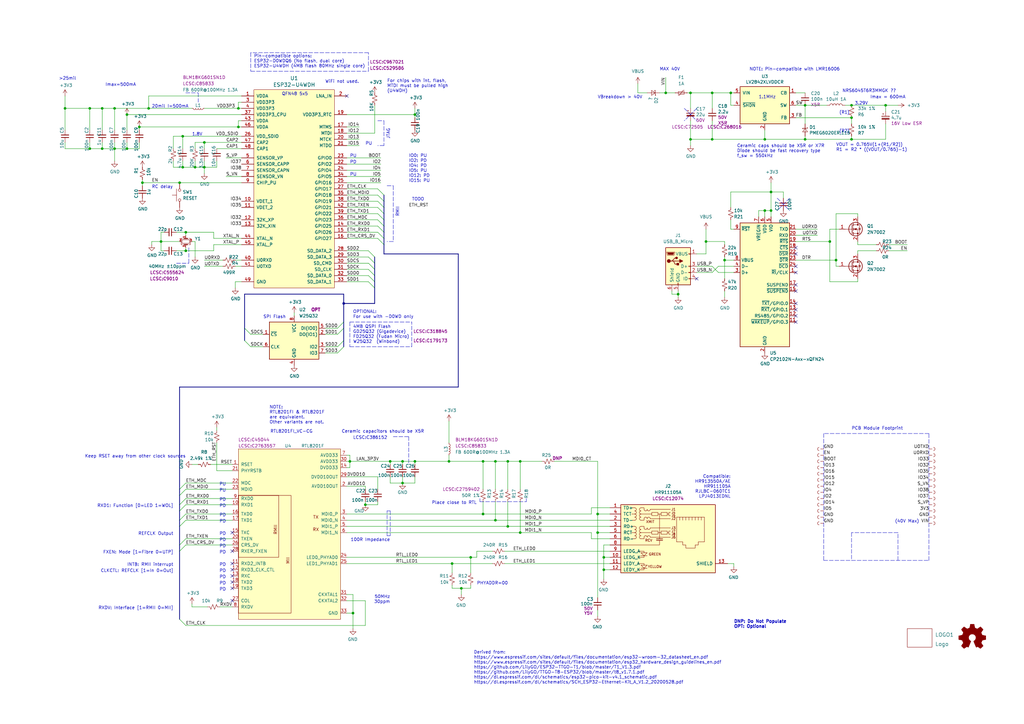
<source format=kicad_sch>
(kicad_sch (version 20211123) (generator eeschema)
  (paper "A3")
  (title_block (title "ESP32 LAN Module") (rev "1") (company "ViscTronics"))
  (lib_symbols
    (symbol "Connector:USB_B_Micro" (pin_names (offset 1.016))
      (property "Reference" "J" (at -5.08 11.43 0))
      (property "Value" "USB_B_Micro" (at -5.08 8.89 0))
      (symbol "USB_B_Micro_1_1"
        (pin power_out line (at 7.62 5.08 180) (length 2.54) (name "VBUS") (number "1"))
        (pin bidirectional line (at 7.62 -2.54 180) (length 2.54) (name "D-") (number "2"))
        (pin bidirectional line (at 7.62 0 180) (length 2.54) (name "D+") (number "3"))
        (pin passive line (at 7.62 -5.08 180) (length 2.54) (name "ID") (number "4"))
        (pin power_out line (at 0 -10.16 90) (length 2.54) (name "GND") (number "5"))
        (pin passive line (at -2.54 -10.16 90) (length 2.54) (name "Shield") (number "6"))
      )
    )
    (symbol "Device:Polyfuse_Small" (pin_numbers hide) (pin_names (offset 0))
      (property "Reference" "F" (at -1.905 0 90))
      (property "Value" "Polyfuse_Small" (at 1.905 0 90))
      (symbol "Polyfuse_Small_1_1"
        (pin passive line (at 0 2.54 270) (length 0.635) (name "~") (number "1"))
        (pin passive line (at 0 -2.54 90) (length 0.635) (name "~") (number "2"))
      )
    )
    (symbol "EspGateway-rescue:CP_Small-device-EspGateway-rescue" (pin_numbers hide) (pin_names (offset 0.254) hide)
      (property "Reference" "C" (at 0.254 1.778 0))
      (property "Value" "CP_Small-device-EspGateway-rescue" (at 0.254 -2.032 0))
      (symbol "CP_Small-device-EspGateway-rescue_1_1"
        (pin passive line (at 0 2.54 270) (length 1.8542) (name "~") (number "1"))
        (pin passive line (at 0 -2.54 90) (length 1.8542) (name "~") (number "2"))
      )
    )
    (symbol "EspGateway-rescue:C_Small-device-EspGateway-rescue" (pin_numbers hide) (pin_names (offset 0.254) hide)
      (property "Reference" "C" (at 0.254 1.778 0))
      (property "Value" "C_Small-device-EspGateway-rescue" (at 0.254 -2.032 0))
      (symbol "C_Small-device-EspGateway-rescue_1_1"
        (pin passive line (at 0 2.54 270) (length 2.032) (name "~") (number "1"))
        (pin passive line (at 0 -2.54 90) (length 2.032) (name "~") (number "2"))
      )
    )
    (symbol "EspGateway-rescue:Crystal_GND24_Small-device-EspGateway-rescue" (pin_names (offset 1.016) hide)
      (property "Reference" "Y" (at 1.27 4.445 0))
      (property "Value" "Crystal_GND24_Small-device-EspGateway-rescue" (at 1.27 2.54 0))
      (symbol "Crystal_GND24_Small-device-EspGateway-rescue_1_1"
        (pin passive line (at -2.54 0 0) (length 1.27) (name "1") (number "1"))
        (pin passive line (at 0 -2.54 90) (length 0.635) (name "2") (number "2"))
        (pin passive line (at 2.54 0 180) (length 1.27) (name "3") (number "3"))
        (pin passive line (at 0 2.54 270) (length 0.635) (name "4") (number "4"))
      )
    )
    (symbol "EspGateway-rescue:D_Schottky_Small-device-EspGateway-rescue" (pin_numbers hide) (pin_names (offset 0.254) hide)
      (property "Reference" "D" (at -1.27 2.032 0))
      (property "Value" "D_Schottky_Small-device-EspGateway-rescue" (at -7.112 -2.032 0))
      (symbol "D_Schottky_Small-device-EspGateway-rescue_1_1"
        (pin passive line (at -2.54 0 0) (length 1.778) (name "K") (number "1"))
        (pin passive line (at 2.54 0 180) (length 1.778) (name "A") (number "2"))
      )
    )
    (symbol "EspGateway-rescue:L-device-EspGateway-rescue" (pin_numbers hide) (pin_names (offset 1.016) hide)
      (property "Reference" "L" (at -1.27 0 90))
      (property "Value" "L-device-EspGateway-rescue" (at 1.905 0 90))
      (symbol "L-device-EspGateway-rescue_1_1"
        (pin passive line (at 0 3.81 270) (length 1.27) (name "1") (number "1"))
        (pin passive line (at 0 -3.81 90) (length 1.27) (name "2") (number "2"))
      )
    )
    (symbol "EspGateway-rescue:LV2841-visclib-EspGateway-rescue" (pin_names (offset 1.016))
      (property "Reference" "U" (at 0 12.7 0))
      (property "Value" "LV2841-visclib-EspGateway-rescue" (at 0 10.16 0))
      (symbol "LV2841-visclib-EspGateway-rescue_1_1"
        (pin input line (at 12.7 5.08 180) (length 2.54) (name "CB") (number "1"))
        (pin power_in line (at 0 -10.16 90) (length 2.54) (name "GND") (number "2"))
        (pin input line (at 12.7 -5.08 180) (length 2.54) (name "FB") (number "3"))
        (pin input line (at -12.7 0 0) (length 2.54) (name "~{SHDN}") (number "4"))
        (pin power_in line (at -12.7 5.08 0) (length 2.54) (name "VIN") (number "5"))
        (pin output line (at 12.7 0 180) (length 2.54) (name "SW") (number "6"))
      )
    )
    (symbol "EspGateway-rescue:L_Small-device-EspGateway-rescue" (pin_numbers hide) (pin_names (offset 0.254) hide)
      (property "Reference" "L" (at 0.762 1.016 0))
      (property "Value" "L_Small-device-EspGateway-rescue" (at 0.762 -1.016 0))
      (symbol "L_Small-device-EspGateway-rescue_1_1"
        (pin passive line (at 0 2.54 270) (length 0.508) (name "~") (number "1"))
        (pin passive line (at 0 -2.54 90) (length 0.508) (name "~") (number "2"))
      )
    )
    (symbol "EspGateway-rescue:RTL8201F-visclib-EspGateway-rescue" (pin_names (offset 1.016))
      (property "Reference" "U" (at -1.27 20.32 0))
      (property "Value" "RTL8201F-visclib-EspGateway-rescue" (at 2.54 17.78 0))
      (symbol "RTL8201F-visclib-EspGateway-rescue_0_0"
        (text "MII" (at 3.81 -29.21 900) (effects (font (size 1.27 1.27))))
        (text "RMII" (at 8.89 -16.51 900) (effects (font (size 1.27 1.27))))
        (text "RX" (at -7.62 -16.51 0) (effects (font (size 1.27 1.27))))
        (text "TX" (at -7.62 -11.43 0) (effects (font (size 1.27 1.27))))
        (pin unspecified line (at 26.67 10.16 180) (length 2.54) (name "RSET") (number "1"))
        (pin unspecified line (at 26.67 -6.35 180) (length 2.54) (name "RXD1") (number "10"))
        (pin unspecified line (at 26.67 -30.48 180) (length 2.54) (name "RXD2_INTB") (number "11"))
        (pin unspecified line (at 26.67 -33.02 180) (length 2.54) (name "RXD3_CLK_CTL") (number "12"))
        (pin unspecified line (at 26.67 -35.56 180) (length 2.54) (name "RXC") (number "13"))
        (pin power_in line (at -20.32 8.89 0) (length 2.54) (name "DVDD33") (number "14"))
        (pin unspecified line (at 26.67 -17.78 180) (length 2.54) (name "TXC") (number "15"))
        (pin unspecified line (at 26.67 -10.16 180) (length 2.54) (name "TXD0") (number "16"))
        (pin unspecified line (at 26.67 -12.7 180) (length 2.54) (name "TXD1") (number "17"))
        (pin unspecified line (at 26.67 -38.1 180) (length 2.54) (name "TXD2") (number "18"))
        (pin unspecified line (at 26.67 -40.64 180) (length 2.54) (name "TXD3") (number "19"))
        (pin power_out line (at -20.32 1.27 0) (length 2.54) (name "AVDD10OUT") (number "2"))
        (pin unspecified line (at 26.67 -20.32 180) (length 2.54) (name "TXEN") (number "20"))
        (pin unspecified line (at 26.67 7.62 180) (length 2.54) (name "PHYRSTB") (number "21"))
        (pin unspecified line (at 26.67 2.54 180) (length 2.54) (name "MDC") (number "22"))
        (pin unspecified line (at 26.67 0 180) (length 2.54) (name "MDIO") (number "23"))
        (pin unspecified line (at -20.32 -27.94 0) (length 2.54) (name "LED0_PHYAD0") (number "24"))
        (pin unspecified line (at -20.32 -30.48 0) (length 2.54) (name "LED1_PHYAD1") (number "25"))
        (pin unspecified line (at 26.67 -22.86 180) (length 2.54) (name "CRS_DV") (number "26"))
        (pin unspecified line (at 26.67 -45.72 180) (length 2.54) (name "COL") (number "27"))
        (pin unspecified line (at 26.67 -25.4 180) (length 2.54) (name "RXER_FXEN") (number "28"))
        (pin power_out line (at -20.32 5.08 0) (length 2.54) (name "DVDD10OUT") (number "29"))
        (pin unspecified line (at -20.32 -10.16 0) (length 2.54) (name "MDI0_P") (number "3"))
        (pin power_in line (at -20.32 11.43 0) (length 2.54) (name "AVDD33") (number "30"))
        (pin unspecified line (at -20.32 -43.18 0) (length 2.54) (name "CKXTAL1") (number "31"))
        (pin unspecified line (at -20.32 -45.72 0) (length 2.54) (name "CKXTAL2") (number "32"))
        (pin passive line (at -20.32 -50.8 0) (length 2.54) (name "GND") (number "33"))
        (pin unspecified line (at -20.32 -12.7 0) (length 2.54) (name "MDI0_N") (number "4"))
        (pin unspecified line (at -20.32 -15.24 0) (length 2.54) (name "MDI1_P") (number "5"))
        (pin unspecified line (at -20.32 -17.78 0) (length 2.54) (name "MDI1_N") (number "6"))
        (pin power_in line (at -20.32 13.97 0) (length 2.54) (name "AVDD33") (number "7"))
        (pin unspecified line (at 26.67 -48.26 180) (length 2.54) (name "RXDV") (number "8"))
        (pin unspecified line (at 26.67 -3.81 180) (length 2.54) (name "RXD0") (number "9"))
      )
    )
    (symbol "EspGateway-rescue:R_Small_US-device-EspGateway-rescue" (pin_numbers hide) (pin_names (offset 0.254) hide)
      (property "Reference" "R" (at 0.762 0.508 0))
      (property "Value" "R_Small_US-device-EspGateway-rescue" (at 0.762 -1.016 0))
      (symbol "R_Small_US-device-EspGateway-rescue_1_1"
        (pin passive line (at 0 2.54 270) (length 1.016) (name "~") (number "1"))
        (pin passive line (at 0 -2.54 90) (length 1.016) (name "~") (number "2"))
      )
    )
    (symbol "Graphic:Logo_Open_Hardware_Small" (pin_names (offset 1.016)))
    (symbol "Interface_USB:CP2102N-Axx-xQFN24"
      (property "Reference" "U" (at -8.89 26.67 0))
      (property "Value" "CP2102N-Axx-xQFN24" (at 13.97 26.67 0))
      (symbol "CP2102N-Axx-xQFN24_1_1"
        (pin bidirectional line (at 12.7 5.08 180) (length 2.54) (name "~{RI}/CLK") (number "1"))
        (pin no_connect line (at -10.16 -22.86 0) (length 2.54) hide (name "NC") (number "10"))
        (pin bidirectional line (at 12.7 -15.24 180) (length 2.54) (name "~{WAKEUP}/GPIO.3") (number "11"))
        (pin bidirectional line (at 12.7 -12.7 180) (length 2.54) (name "RS485/GPIO.2") (number "12"))
        (pin bidirectional line (at 12.7 -10.16 180) (length 2.54) (name "~{RXT}/GPIO.1") (number "13"))
        (pin bidirectional line (at 12.7 -7.62 180) (length 2.54) (name "~{TXT}/GPIO.0") (number "14"))
        (pin output line (at 12.7 -2.54 180) (length 2.54) (name "~{SUSPEND}") (number "15"))
        (pin no_connect line (at 10.16 -22.86 180) (length 2.54) hide (name "NC") (number "16"))
        (pin output line (at 12.7 0 180) (length 2.54) (name "SUSPEND") (number "17"))
        (pin input line (at 12.7 15.24 180) (length 2.54) (name "~{CTS}") (number "18"))
        (pin output line (at 12.7 17.78 180) (length 2.54) (name "~{RTS}") (number "19"))
        (pin power_in line (at 0 -27.94 90) (length 2.54) (name "GND") (number "2"))
        (pin input line (at 12.7 20.32 180) (length 2.54) (name "RXD") (number "20"))
        (pin output line (at 12.7 22.86 180) (length 2.54) (name "TXD") (number "21"))
        (pin input line (at 12.7 12.7 180) (length 2.54) (name "~{DSR}") (number "22"))
        (pin output line (at 12.7 10.16 180) (length 2.54) (name "~{DTR}") (number "23"))
        (pin input line (at 12.7 7.62 180) (length 2.54) (name "~{DCD}") (number "24"))
        (pin passive line (at 0 -27.94 90) (length 2.54) hide (name "GND") (number "25"))
        (pin bidirectional line (at -12.7 5.08 0) (length 2.54) (name "D+") (number "3"))
        (pin bidirectional line (at -12.7 7.62 0) (length 2.54) (name "D-") (number "4"))
        (pin power_in line (at 2.54 27.94 270) (length 2.54) (name "VIO") (number "5"))
        (pin power_in line (at 0 27.94 270) (length 2.54) (name "VDD") (number "6"))
        (pin power_in line (at -2.54 27.94 270) (length 2.54) (name "VREGIN") (number "7"))
        (pin input line (at -12.7 10.16 0) (length 2.54) (name "VBUS") (number "8"))
        (pin input line (at -12.7 22.86 0) (length 2.54) (name "~{RST}") (number "9"))
      )
    )
    (symbol "Memory_Flash:W25Q32JVSS"
      (property "Reference" "U" (at -8.89 8.89 0))
      (property "Value" "W25Q32JVSS" (at 7.62 8.89 0))
      (symbol "W25Q32JVSS_1_1"
        (pin input line (at -12.7 2.54 0) (length 2.54) (name "~{CS}") (number "1"))
        (pin bidirectional line (at 12.7 2.54 180) (length 2.54) (name "DO(IO1)") (number "2"))
        (pin bidirectional line (at 12.7 -2.54 180) (length 2.54) (name "IO2") (number "3"))
        (pin power_in line (at 0 -10.16 90) (length 2.54) (name "GND") (number "4"))
        (pin bidirectional line (at 12.7 5.08 180) (length 2.54) (name "DI(IO0)") (number "5"))
        (pin input line (at -12.7 -2.54 0) (length 2.54) (name "CLK") (number "6"))
        (pin bidirectional line (at 12.7 -5.08 180) (length 2.54) (name "IO3") (number "7"))
        (pin power_in line (at 0 10.16 270) (length 2.54) (name "VCC") (number "8"))
      )
    )
    (symbol "Switch:SW_Push" (pin_numbers hide) (pin_names (offset 1.016) hide)
      (property "Reference" "SW" (at 1.27 2.54 0))
      (property "Value" "SW_Push" (at 0 -1.524 0))
      (symbol "SW_Push_0_1"
        (pin passive line (at -5.08 0 0) (length 2.54) (name "1") (number "1"))
        (pin passive line (at 5.08 0 180) (length 2.54) (name "2") (number "2"))
      )
    )
    (symbol "Transistor_FET:2N7002" (pin_names hide)
      (property "Reference" "Q" (at 5.08 1.905 0))
      (property "Value" "2N7002" (at 5.08 0 0))
      (symbol "2N7002_1_1"
        (pin input line (at -5.08 0 0) (length 2.54) (name "G") (number "1"))
        (pin passive line (at 2.54 -5.08 90) (length 2.54) (name "S") (number "2"))
        (pin passive line (at 2.54 5.08 270) (length 2.54) (name "D") (number "3"))
      )
    )
    (symbol "Visclib:ESP32-D0WD" (pin_names (offset 1.016))
      (property "Reference" "U1" (at 0 46.6598 0))
      (property "Value" "ESP32-D0WD" (at 0 43.9674 0))
      (property "Part1" "LCSC:C529586" (at 38.1 50.8 0))
      (property "Part2" "LCSC:C967021" (at 38.1 53.34 0))
      (symbol "ESP32-D0WD_1_1"
        (pin power_in line (at -21.59 39.37 0) (length 5.08) (name "VDDA") (number "1"))
        (pin input line (at -21.59 -3.81 0) (length 5.08) (name "VDET_1") (number "10"))
        (pin input line (at -21.59 -6.35 0) (length 5.08) (name "VDET_2") (number "11"))
        (pin bidirectional line (at -21.59 -11.43 0) (length 5.08) (name "32K_XP") (number "12"))
        (pin bidirectional line (at -21.59 -13.97 0) (length 5.08) (name "32K_XIN") (number "13"))
        (pin bidirectional line (at 21.59 -13.97 180) (length 5.08) (name "GPIO25") (number "14"))
        (pin bidirectional line (at 21.59 -16.51 180) (length 5.08) (name "GPIO26") (number "15"))
        (pin bidirectional line (at 21.59 -19.05 180) (length 5.08) (name "GPIO27") (number "16"))
        (pin bidirectional line (at 21.59 26.67 180) (length 5.08) (name "MTMS") (number "17"))
        (pin bidirectional line (at 21.59 24.13 180) (length 5.08) (name "MTDI") (number "18"))
        (pin power_in line (at 21.59 31.75 180) (length 5.08) (name "VDD3P3_RTC") (number "19"))
        (pin input line (at 21.59 39.37 180) (length 5.08) (name "LNA_IN") (number "2"))
        (pin bidirectional line (at 21.59 21.59 180) (length 5.08) (name "MTCK") (number "20"))
        (pin bidirectional line (at 21.59 19.05 180) (length 5.08) (name "MTDO") (number "21"))
        (pin bidirectional line (at 21.59 11.43 180) (length 5.08) (name "GPIO2") (number "22"))
        (pin bidirectional line (at 21.59 13.97 180) (length 5.08) (name "GPIO0") (number "23"))
        (pin bidirectional line (at 21.59 8.89 180) (length 5.08) (name "GPIO4") (number "24"))
        (pin bidirectional line (at 21.59 3.81 180) (length 5.08) (name "GPIO16") (number "25"))
        (pin power_in line (at -21.59 22.86 0) (length 5.08) (name "VDD_SDIO") (number "26"))
        (pin bidirectional line (at 21.59 1.27 180) (length 5.08) (name "GPIO17") (number "27"))
        (pin bidirectional line (at 21.59 -24.13 180) (length 5.08) (name "SD_DATA_2") (number "28"))
        (pin bidirectional line (at 21.59 -26.67 180) (length 5.08) (name "SD_DATA_3") (number "29"))
        (pin power_in line (at -21.59 36.83 0) (length 5.08) (name "VDD3P3") (number "3"))
        (pin bidirectional line (at 21.59 -29.21 180) (length 5.08) (name "SD_CMD") (number "30"))
        (pin bidirectional line (at 21.59 -31.75 180) (length 5.08) (name "SD_CLK") (number "31"))
        (pin bidirectional line (at 21.59 -34.29 180) (length 5.08) (name "SD_DATA_0") (number "32"))
        (pin bidirectional line (at 21.59 -36.83 180) (length 5.08) (name "SD_DATA_1") (number "33"))
        (pin bidirectional line (at 21.59 6.35 180) (length 5.08) (name "GPIO5") (number "34"))
        (pin bidirectional line (at 21.59 -1.27 180) (length 5.08) (name "GPIO18") (number "35"))
        (pin bidirectional line (at 21.59 -11.43 180) (length 5.08) (name "GPIO23") (number "36"))
        (pin power_in line (at -21.59 31.75 0) (length 5.08) (name "VDD3P3_CPU") (number "37"))
        (pin bidirectional line (at 21.59 -3.81 180) (length 5.08) (name "GPIO19") (number "38"))
        (pin bidirectional line (at 21.59 -8.89 180) (length 5.08) (name "GPIO22") (number "39"))
        (pin input line (at -21.59 34.29 0) (length 5.08) (name "VDD3P3") (number "4"))
        (pin bidirectional line (at -21.59 -27.94 0) (length 5.08) (name "U0RXD") (number "40"))
        (pin bidirectional line (at -21.59 -30.48 0) (length 5.08) (name "U0TXD") (number "41"))
        (pin bidirectional line (at 21.59 -6.35 180) (length 5.08) (name "GPIO21") (number "42"))
        (pin power_in line (at -21.59 29.21 0) (length 5.08) (name "VDDA") (number "43"))
        (pin bidirectional line (at -21.59 -19.05 0) (length 5.08) (name "XTAL_N") (number "44"))
        (pin bidirectional line (at -21.59 -21.59 0) (length 5.08) (name "XTAL_P") (number "45"))
        (pin power_in line (at -21.59 26.67 0) (length 5.08) (name "VDDA") (number "46"))
        (pin passive line (at -21.59 20.32 0) (length 5.08) (name "CAP2") (number "47"))
        (pin passive line (at -21.59 17.78 0) (length 5.08) (name "CAP1") (number "48"))
        (pin power_in line (at -21.59 -36.83 0) (length 5.08) (name "GND") (number "49"))
        (pin input line (at -21.59 13.97 0) (length 5.08) (name "SENSOR_VP") (number "5"))
        (pin input line (at -21.59 11.43 0) (length 5.08) (name "SENSOR_CAPP") (number "6"))
        (pin input line (at -21.59 8.89 0) (length 5.08) (name "SENSOR_CAPN") (number "7"))
        (pin input line (at -21.59 6.35 0) (length 5.08) (name "SENSOR_VN") (number "8"))
        (pin input line (at -21.59 3.81 0) (length 5.08) (name "CHIP_PU") (number "9"))
      )
    )
    (symbol "Visclib:HR911105A" (pin_names (offset 1.016))
      (property "Reference" "J?" (at -1.27 19.431 0))
      (property "Value" "HR911105A" (at -1.27 17.1196 0))
      (property "Part" "LCSC:C12074" (at -1.27 14.8082 0))
      (symbol "HR911105A_1_1"
        (text "GREEN" (at -6.985 -7.62 0) (effects (font (size 1.016 1.016))))
        (text "J1" (at 0.635 10.795 0) (effects (font (size 1.016 1.016))))
        (text "J2" (at 0.635 6.985 0) (effects (font (size 1.016 1.016))))
        (text "J3" (at 0.635 3.175 0) (effects (font (size 1.016 1.016))))
        (text "J4" (at 0.635 8.89 0) (effects (font (size 0.889 0.889)) (justify bottom)))
        (text "J5" (at 0.635 8.255 0) (effects (font (size 0.889 0.889))))
        (text "J6" (at 0.635 -0.635 0) (effects (font (size 1.016 1.016))))
        (text "J7" (at 0.635 1.27 0) (effects (font (size 0.889 0.889)) (justify bottom)))
        (text "J8" (at 0.635 0.635 0) (effects (font (size 0.889 0.889))))
        (text "RCV" (at -9.525 -1.905 0) (effects (font (size 1.016 1.016))))
        (text "XMIT" (at -8.89 5.715 0) (effects (font (size 1.016 1.016))))
        (text "YELLOW" (at -6.985 -12.7 0) (effects (font (size 1.016 1.016))))
        (pin passive line (at -25.4 11.43 0) (length 4.445) (name "TD+") (number "1"))
        (pin passive line (at -25.4 -8.89 0) (length 4.445) (name "LEDG_K") (number "10"))
        (pin passive line (at -25.4 -11.43 0) (length 4.445) (name "LEDY_A") (number "11"))
        (pin passive line (at -25.4 -13.97 0) (length 4.445) (name "LEDY_K") (number "12"))
        (pin passive line (at 22.86 -11.43 180) (length 5.08) (name "SHIELD") (number "13"))
        (pin passive line (at -25.4 6.35 0) (length 4.445) (name "TD-") (number "2"))
        (pin passive line (at -25.4 3.81 0) (length 4.445) (name "RD+") (number "3"))
        (pin passive line (at -25.4 8.89 0) (length 4.445) (name "TCT") (number "4"))
        (pin passive line (at -25.4 1.27 0) (length 4.445) (name "RCT") (number "5"))
        (pin passive line (at -25.4 -1.27 0) (length 4.445) (name "RD-") (number "6"))
        (pin passive line (at -25.4 -3.81 0) (length 4.445) (name "~") (number "8"))
        (pin passive line (at -25.4 -6.35 0) (length 4.445) (name "LEDG_A") (number "9"))
      )
    )
    (symbol "Visclib:Logo" (pin_names (offset 1.016))
      (property "Reference" "LOGO" (at 0 0 0))
      (property "Value" "Logo" (at 0 0 0))
    )
    (symbol "Visclib:ProtoCastellatedHeader" (pin_numbers hide) (pin_names (offset 0) hide)
      (symbol "ProtoCastellatedHeader_1_1"
        (pin input line (at 0 0 0) (length 1.27) (name "1") (number "1"))
      )
    )
    (symbol "power:+3.3V" (power) (pin_names (offset 0))
      (property "Value" "+3.3V" (at 0 3.556 0))
      (symbol "+3.3V_1_1"
        (pin power_in line (at 0 0 90) (length 0) hide (name "+3V3") (number "1"))
      )
    )
    (symbol "power:GND" (power) (pin_names (offset 0))
      (property "Value" "GND" (at 0 -3.81 0))
      (symbol "GND_1_1"
        (pin power_in line (at 0 0 270) (length 0) hide (name "GND") (number "1"))
      )
    )
    (symbol "power:VBUS" (power) (pin_names (offset 0))
      (property "Value" "VBUS" (at 0 3.81 0))
      (symbol "VBUS_1_1"
        (pin power_in line (at 0 0 90) (length 0) hide (name "VBUS") (number "1"))
      )
    )
  )
  (junction (at 140.97 124.46))
  (junction (at 46.99 60.96))
  (junction (at 245.11 218.44))
  (junction (at 203.2 189.23))
  (junction (at 26.67 44.45))
  (junction (at 349.25 48.26))
  (junction (at 363.22 43.18))
  (junction (at 57.15 52.07))
  (junction (at 208.28 189.23))
  (junction (at 185.42 231.14))
  (junction (at 316.23 86.36))
  (junction (at 165.1 198.12))
  (junction (at 97.79 52.07))
  (junction (at 330.2 57.15))
  (junction (at 283.21 57.15))
  (junction (at 340.36 99.06))
  (junction (at 52.07 60.96))
  (junction (at 41.91 60.96))
  (junction (at 52.07 46.99))
  (junction (at 144.78 251.46))
  (junction (at 46.99 44.45))
  (junction (at 80.01 68.58))
  (junction (at 213.36 189.23))
  (junction (at 165.1 189.23))
  (junction (at 83.82 68.58))
  (junction (at 247.65 228.6))
  (junction (at 41.91 44.45))
  (junction (at 313.69 86.36))
  (junction (at 349.25 57.15))
  (junction (at 292.1 57.15))
  (junction (at 66.04 99.06))
  (junction (at 170.18 189.23))
  (junction (at 283.21 38.1))
  (junction (at 292.1 38.1))
  (junction (at 143.51 189.23))
  (junction (at 170.18 46.99))
  (junction (at 149.86 207.01))
  (junction (at 74.93 55.88))
  (junction (at 36.83 44.45))
  (junction (at 316.23 78.74))
  (junction (at 189.23 241.3))
  (junction (at 193.04 228.6))
  (junction (at 349.25 43.18))
  (junction (at 74.93 68.58))
  (junction (at 83.82 58.42))
  (junction (at 297.18 106.68))
  (junction (at 278.13 120.65))
  (junction (at 97.79 44.45))
  (junction (at 208.28 215.9))
  (junction (at 247.65 233.68))
  (junction (at 198.12 210.82))
  (junction (at 342.9 106.68))
  (junction (at 245.11 210.82))
  (junction (at 60.96 44.45))
  (junction (at 184.15 189.23))
  (junction (at 313.69 57.15))
  (junction (at 58.42 74.93))
  (junction (at 76.2 102.87))
  (junction (at 213.36 218.44))
  (junction (at 73.66 74.93))
  (junction (at 330.2 43.18))
  (junction (at 299.72 38.1))
  (junction (at 76.2 95.25))
  (junction (at 203.2 213.36))
  (junction (at 289.56 99.06))
  (junction (at 198.12 189.23))
  (junction (at 36.83 60.96))
  (junction (at 160.02 189.23))
  (junction (at 273.05 38.1))
  (no_connect (at 142.24 39.37))
  (no_connect (at 95.25 233.68))
  (no_connect (at 95.25 241.3))
  (no_connect (at 326.39 119.38))
  (no_connect (at 326.39 116.84))
  (no_connect (at 326.39 127))
  (no_connect (at 326.39 124.46))
  (no_connect (at 326.39 132.08))
  (no_connect (at 326.39 129.54))
  (no_connect (at 95.25 238.76))
  (no_connect (at 95.25 231.14))
  (no_connect (at 326.39 104.14))
  (no_connect (at 326.39 109.22))
  (no_connect (at 326.39 111.76))
  (no_connect (at 326.39 101.6))
  (no_connect (at 95.25 226.06))
  (no_connect (at 95.25 236.22))
  (no_connect (at 95.25 218.44))
  (no_connect (at 95.25 246.38))
  (no_connect (at 285.75 114.3))
  (bus_entry (at 151.13 115.57) (size 2.54 2.54))
  (bus_entry (at 151.13 113.03) (size 2.54 2.54))
  (bus_entry (at 151.13 102.87) (size 2.54 2.54))
  (bus_entry (at 151.13 105.41) (size 2.54 2.54))
  (bus_entry (at 151.13 107.95) (size 2.54 2.54))
  (bus_entry (at 151.13 110.49) (size 2.54 2.54))
  (bus_entry (at 73.66 226.06) (size 2.54 -2.54))
  (bus_entry (at 154.94 97.79) (size 2.54 2.54))
  (bus_entry (at 73.66 209.55) (size 2.54 -2.54))
  (bus_entry (at 73.66 215.9) (size 2.54 -2.54))
  (bus_entry (at 73.66 213.36) (size 2.54 -2.54))
  (bus_entry (at 73.66 207.01) (size 2.54 -2.54))
  (bus_entry (at 154.94 77.47) (size 2.54 2.54))
  (bus_entry (at 138.43 142.24) (size 2.54 -2.54))
  (bus_entry (at 138.43 144.78) (size 2.54 -2.54))
  (bus_entry (at 138.43 137.16) (size 2.54 -2.54))
  (bus_entry (at 138.43 134.62) (size 2.54 -2.54))
  (bus_entry (at 102.87 142.24) (size -2.54 -2.54))
  (bus_entry (at 102.87 137.16) (size -2.54 -2.54))
  (bus_entry (at 154.94 95.25) (size 2.54 2.54))
  (bus_entry (at 154.94 90.17) (size 2.54 2.54))
  (bus_entry (at 154.94 92.71) (size 2.54 2.54))
  (bus_entry (at 154.94 85.09) (size 2.54 2.54))
  (bus_entry (at 73.66 200.66) (size 2.54 -2.54))
  (bus_entry (at 73.66 223.52) (size 2.54 -2.54))
  (bus_entry (at 154.94 82.55) (size 2.54 2.54))
  (bus_entry (at 154.94 80.01) (size 2.54 2.54))
  (bus_entry (at 154.94 87.63) (size 2.54 2.54))
  (bus_entry (at 73.66 254) (size 2.54 2.54))
  (bus_entry (at 73.66 203.2) (size 2.54 -2.54))
  (wire (pts (xy 41.91 44.45) (xy 41.91 53.34)))
  (wire (pts (xy 154.94 95.25) (xy 142.24 95.25)))
  (polyline (pts (xy 368.3 218.44) (xy 349.25 218.44)))
  (wire (pts (xy 285.75 104.14) (xy 289.56 104.14)))
  (wire (pts (xy 292.1 38.1) (xy 283.21 38.1)))
  (wire (pts (xy 95.25 210.82) (xy 76.2 210.82)))
  (wire (pts (xy 292.1 109.22) (xy 294.64 111.76)))
  (wire (pts (xy 154.94 205.74) (xy 154.94 207.01)))
  (polyline (pts (xy 102.87 29.21) (xy 151.13 29.21)))
  (wire (pts (xy 285.75 109.22) (xy 292.1 109.22)))
  (bus (pts (xy 157.48 95.25) (xy 157.48 97.79)))
  (wire (pts (xy 60.96 39.37) (xy 99.06 39.37)))
  (wire (pts (xy 78.74 190.5) (xy 81.28 190.5)))
  (wire (pts (xy 283.21 49.53) (xy 283.21 57.15)))
  (wire (pts (xy 88.9 181.61) (xy 88.9 193.04)))
  (wire (pts (xy 207.01 226.06) (xy 250.19 226.06)))
  (wire (pts (xy 73.66 74.93) (xy 58.42 74.93)))
  (wire (pts (xy 160.02 198.12) (xy 160.02 195.58)))
  (wire (pts (xy 83.82 68.58) (xy 80.01 68.58)))
  (wire (pts (xy 170.18 198.12) (xy 165.1 198.12)))
  (wire (pts (xy 292.1 49.53) (xy 292.1 57.15)))
  (wire (pts (xy 273.05 38.1) (xy 276.86 38.1)))
  (wire (pts (xy 247.65 228.6) (xy 247.65 233.68)))
  (wire (pts (xy 133.35 134.62) (xy 138.43 134.62)))
  (polyline (pts (xy 161.29 179.07) (xy 167.64 179.07)))
  (wire (pts (xy 142.24 69.85) (xy 156.21 69.85)))
  (wire (pts (xy 275.59 120.65) (xy 278.13 120.65)))
  (wire (pts (xy 26.67 58.42) (xy 26.67 60.96)))
  (wire (pts (xy 142.24 246.38) (xy 149.86 246.38)))
  (wire (pts (xy 26.67 60.96) (xy 36.83 60.96)))
  (wire (pts (xy 143.51 189.23) (xy 143.51 191.77)))
  (wire (pts (xy 142.24 57.15) (xy 147.32 57.15)))
  (bus (pts (xy 73.66 200.66) (xy 73.66 203.2)))
  (wire (pts (xy 88.9 175.26) (xy 88.9 176.53)))
  (wire (pts (xy 326.39 96.52) (xy 335.28 96.52)))
  (bus (pts (xy 157.48 92.71) (xy 157.48 95.25)))
  (wire (pts (xy 285.75 111.76) (xy 292.1 111.76)))
  (wire (pts (xy 74.93 55.88) (xy 99.06 55.88)))
  (wire (pts (xy 71.12 68.58) (xy 74.93 68.58)))
  (wire (pts (xy 245.11 218.44) (xy 245.11 245.11)))
  (wire (pts (xy 57.15 53.34) (xy 57.15 52.07)))
  (polyline (pts (xy 349.25 218.44) (xy 349.25 229.87)))
  (wire (pts (xy 143.51 186.69) (xy 143.51 189.23)))
  (bus (pts (xy 140.97 134.62) (xy 140.97 139.7)))
  (polyline (pts (xy 154.94 49.53) (xy 157.48 49.53)))
  (wire (pts (xy 300.99 231.14) (xy 300.99 232.41)))
  (wire (pts (xy 78.74 248.92) (xy 78.74 247.65)))
  (wire (pts (xy 102.87 137.16) (xy 107.95 137.16)))
  (wire (pts (xy 349.25 55.88) (xy 349.25 57.15)))
  (wire (pts (xy 76.2 95.25) (xy 87.63 95.25)))
  (wire (pts (xy 201.93 226.06) (xy 195.58 226.06)))
  (wire (pts (xy 294.64 111.76) (xy 300.99 111.76)))
  (wire (pts (xy 52.07 60.96) (xy 57.15 60.96)))
  (wire (pts (xy 364.49 102.87) (xy 372.11 102.87)))
  (polyline (pts (xy 318.77 81.28) (xy 323.85 86.36)))
  (wire (pts (xy 76.2 102.87) (xy 72.39 102.87)))
  (wire (pts (xy 80.01 66.04) (xy 80.01 68.58)))
  (polyline (pts (xy 72.39 107.95) (xy 77.47 107.95)))
  (wire (pts (xy 330.2 55.88) (xy 330.2 57.15)))
  (wire (pts (xy 185.42 234.95) (xy 185.42 231.14)))
  (wire (pts (xy 242.57 208.28) (xy 242.57 210.82)))
  (wire (pts (xy 342.9 106.68) (xy 342.9 109.22)))
  (wire (pts (xy 283.21 38.1) (xy 283.21 44.45)))
  (wire (pts (xy 76.2 198.12) (xy 95.25 198.12)))
  (wire (pts (xy 198.12 200.66) (xy 198.12 189.23)))
  (wire (pts (xy 76.2 101.6) (xy 76.2 102.87)))
  (wire (pts (xy 95.25 207.01) (xy 76.2 207.01)))
  (wire (pts (xy 326.39 48.26) (xy 349.25 48.26)))
  (wire (pts (xy 195.58 228.6) (xy 195.58 226.06)))
  (polyline (pts (xy 196.85 205.74) (xy 215.9 205.74)))
  (polyline (pts (xy 161.29 99.06) (xy 158.75 99.06)))
  (wire (pts (xy 250.19 220.98) (xy 242.57 220.98)))
  (wire (pts (xy 142.24 107.95) (xy 151.13 107.95)))
  (bus (pts (xy 153.67 113.03) (xy 153.67 115.57)))
  (wire (pts (xy 62.23 100.33) (xy 62.23 99.06)))
  (wire (pts (xy 97.79 41.91) (xy 97.79 44.45)))
  (wire (pts (xy 281.94 38.1) (xy 283.21 38.1)))
  (polyline (pts (xy 167.64 179.07) (xy 167.64 190.5)))
  (bus (pts (xy 153.67 118.11) (xy 153.67 124.46)))
  (wire (pts (xy 207.01 231.14) (xy 250.19 231.14)))
  (wire (pts (xy 46.99 44.45) (xy 46.99 53.34)))
  (wire (pts (xy 294.64 109.22) (xy 300.99 109.22)))
  (wire (pts (xy 242.57 220.98) (xy 242.57 218.44)))
  (wire (pts (xy 368.3 43.18) (xy 363.22 43.18)))
  (polyline (pts (xy 143.51 142.24) (xy 168.91 142.24)))
  (wire (pts (xy 330.2 57.15) (xy 349.25 57.15)))
  (wire (pts (xy 213.36 189.23) (xy 222.25 189.23)))
  (wire (pts (xy 208.28 215.9) (xy 142.24 215.9)))
  (wire (pts (xy 165.1 190.5) (xy 165.1 189.23)))
  (wire (pts (xy 58.42 74.93) (xy 58.42 73.66)))
  (wire (pts (xy 208.28 189.23) (xy 213.36 189.23)))
  (wire (pts (xy 96.52 106.68) (xy 99.06 106.68)))
  (polyline (pts (xy 161.29 76.2) (xy 161.29 99.06)))
  (wire (pts (xy 203.2 213.36) (xy 142.24 213.36)))
  (wire (pts (xy 72.39 95.25) (xy 76.2 95.25)))
  (wire (pts (xy 57.15 58.42) (xy 57.15 60.96)))
  (wire (pts (xy 142.24 102.87) (xy 151.13 102.87)))
  (wire (pts (xy 142.24 72.39) (xy 156.21 72.39)))
  (bus (pts (xy 157.48 85.09) (xy 157.48 87.63)))
  (polyline (pts (xy 368.3 229.87) (xy 368.3 218.44)))
  (wire (pts (xy 154.94 85.09) (xy 142.24 85.09)))
  (wire (pts (xy 213.36 205.74) (xy 213.36 218.44)))
  (wire (pts (xy 170.18 189.23) (xy 165.1 189.23)))
  (wire (pts (xy 76.2 204.47) (xy 95.25 204.47)))
  (wire (pts (xy 330.2 43.18) (xy 339.09 43.18)))
  (wire (pts (xy 330.2 38.1) (xy 326.39 38.1)))
  (wire (pts (xy 275.59 119.38) (xy 275.59 120.65)))
  (wire (pts (xy 193.04 234.95) (xy 193.04 228.6)))
  (wire (pts (xy 189.23 241.3) (xy 185.42 241.3)))
  (wire (pts (xy 62.23 99.06) (xy 66.04 99.06)))
  (wire (pts (xy 96.52 118.11) (xy 96.52 115.57)))
  (bus (pts (xy 73.66 200.66) (xy 73.66 158.75)))
  (wire (pts (xy 71.12 66.04) (xy 71.12 68.58)))
  (wire (pts (xy 66.04 99.06) (xy 66.04 95.25)))
  (wire (pts (xy 80.01 99.06) (xy 78.74 99.06)))
  (wire (pts (xy 36.83 44.45) (xy 41.91 44.45)))
  (wire (pts (xy 67.31 102.87) (xy 66.04 102.87)))
  (wire (pts (xy 340.36 99.06) (xy 340.36 93.98)))
  (wire (pts (xy 92.71 72.39) (xy 99.06 72.39)))
  (wire (pts (xy 299.72 43.18) (xy 299.72 38.1)))
  (bus (pts (xy 100.33 120.65) (xy 140.97 120.65)))
  (wire (pts (xy 87.63 95.25) (xy 87.63 97.79)))
  (bus (pts (xy 153.67 107.95) (xy 153.67 110.49)))
  (wire (pts (xy 340.36 93.98) (xy 344.17 93.98)))
  (wire (pts (xy 313.69 86.36) (xy 316.23 86.36)))
  (wire (pts (xy 208.28 215.9) (xy 250.19 215.9)))
  (wire (pts (xy 149.86 246.38) (xy 149.86 256.54)))
  (wire (pts (xy 92.71 64.77) (xy 99.06 64.77)))
  (wire (pts (xy 299.72 43.18) (xy 300.99 43.18)))
  (wire (pts (xy 142.24 186.69) (xy 143.51 186.69)))
  (polyline (pts (xy 381 229.87) (xy 381 177.8)))
  (wire (pts (xy 66.04 102.87) (xy 66.04 99.06)))
  (wire (pts (xy 99.06 100.33) (xy 87.63 100.33)))
  (bus (pts (xy 157.48 90.17) (xy 157.48 92.71)))
  (wire (pts (xy 87.63 102.87) (xy 76.2 102.87)))
  (wire (pts (xy 289.56 93.98) (xy 289.56 99.06)))
  (polyline (pts (xy 157.48 49.53) (xy 157.48 59.69)))
  (polyline (pts (xy 196.85 204.47) (xy 196.85 205.74)))
  (wire (pts (xy 213.36 189.23) (xy 213.36 200.66)))
  (wire (pts (xy 165.1 198.12) (xy 160.02 198.12)))
  (wire (pts (xy 144.78 257.81) (xy 144.78 251.46)))
  (wire (pts (xy 74.93 55.88) (xy 74.93 60.96)))
  (wire (pts (xy 71.12 60.96) (xy 71.12 55.88)))
  (wire (pts (xy 165.1 189.23) (xy 160.02 189.23)))
  (wire (pts (xy 36.83 58.42) (xy 36.83 60.96)))
  (wire (pts (xy 142.24 115.57) (xy 151.13 115.57)))
  (wire (pts (xy 289.56 99.06) (xy 297.18 99.06)))
  (wire (pts (xy 83.82 44.45) (xy 97.79 44.45)))
  (polyline (pts (xy 158.75 219.71) (xy 158.75 209.55)))
  (wire (pts (xy 99.06 74.93) (xy 73.66 74.93)))
  (wire (pts (xy 278.13 119.38) (xy 278.13 120.65)))
  (wire (pts (xy 95.25 200.66) (xy 76.2 200.66)))
  (bus (pts (xy 157.48 82.55) (xy 157.48 85.09)))
  (bus (pts (xy 73.66 223.52) (xy 73.66 226.06)))
  (wire (pts (xy 91.44 109.22) (xy 83.82 109.22)))
  (wire (pts (xy 297.18 99.06) (xy 297.18 100.33)))
  (wire (pts (xy 74.93 68.58) (xy 74.93 66.04)))
  (wire (pts (xy 86.36 190.5) (xy 95.25 190.5)))
  (bus (pts (xy 73.66 215.9) (xy 73.66 223.52)))
  (wire (pts (xy 142.24 64.77) (xy 156.21 64.77)))
  (wire (pts (xy 346.71 43.18) (xy 349.25 43.18)))
  (wire (pts (xy 97.79 52.07) (xy 97.79 49.53)))
  (wire (pts (xy 60.96 44.45) (xy 60.96 39.37)))
  (wire (pts (xy 363.22 50.8) (xy 363.22 57.15)))
  (polyline (pts (xy 168.91 142.24) (xy 168.91 132.08)))
  (wire (pts (xy 351.79 87.63) (xy 342.9 87.63)))
  (wire (pts (xy 170.18 44.45) (xy 170.18 46.99)))
  (wire (pts (xy 160.02 190.5) (xy 160.02 189.23)))
  (wire (pts (xy 46.99 60.96) (xy 52.07 60.96)))
  (wire (pts (xy 313.69 57.15) (xy 313.69 53.34)))
  (wire (pts (xy 292.1 44.45) (xy 292.1 38.1)))
  (wire (pts (xy 26.67 53.34) (xy 26.67 44.45)))
  (bus (pts (xy 100.33 120.65) (xy 100.33 134.62)))
  (wire (pts (xy 184.15 172.72) (xy 184.15 181.61)))
  (wire (pts (xy 153.67 54.61) (xy 142.24 54.61)))
  (wire (pts (xy 203.2 200.66) (xy 203.2 189.23)))
  (wire (pts (xy 83.82 106.68) (xy 91.44 106.68)))
  (wire (pts (xy 41.91 58.42) (xy 41.91 60.96)))
  (polyline (pts (xy 215.9 204.47) (xy 215.9 205.74)))
  (wire (pts (xy 351.79 99.06) (xy 351.79 100.33)))
  (wire (pts (xy 270.51 38.1) (xy 273.05 38.1)))
  (wire (pts (xy 342.9 109.22) (xy 344.17 109.22)))
  (wire (pts (xy 193.04 241.3) (xy 193.04 240.03)))
  (wire (pts (xy 52.07 53.34) (xy 52.07 46.99)))
  (wire (pts (xy 120.65 128.27) (xy 120.65 129.54)))
  (wire (pts (xy 349.25 48.26) (xy 349.25 50.8)))
  (bus (pts (xy 140.97 132.08) (xy 140.97 134.62)))
  (wire (pts (xy 142.24 97.79) (xy 154.94 97.79)))
  (wire (pts (xy 203.2 189.23) (xy 208.28 189.23)))
  (wire (pts (xy 88.9 60.96) (xy 99.06 60.96)))
  (bus (pts (xy 73.66 209.55) (xy 73.66 213.36)))
  (wire (pts (xy 170.18 48.26) (xy 170.18 46.99)))
  (wire (pts (xy 351.79 104.14) (xy 351.79 102.87)))
  (bus (pts (xy 73.66 213.36) (xy 73.66 215.9)))
  (wire (pts (xy 142.24 52.07) (xy 147.32 52.07)))
  (wire (pts (xy 57.15 52.07) (xy 97.79 52.07)))
  (polyline (pts (xy 285.75 44.45) (xy 280.67 49.53)))
  (wire (pts (xy 142.24 46.99) (xy 170.18 46.99)))
  (wire (pts (xy 142.24 77.47) (xy 154.94 77.47)))
  (wire (pts (xy 326.39 106.68) (xy 342.9 106.68)))
  (wire (pts (xy 297.18 114.3) (xy 297.18 106.68)))
  (wire (pts (xy 78.74 248.92) (xy 85.09 248.92)))
  (wire (pts (xy 154.94 90.17) (xy 142.24 90.17)))
  (wire (pts (xy 26.67 44.45) (xy 26.67 39.37)))
  (wire (pts (xy 203.2 205.74) (xy 203.2 213.36)))
  (wire (pts (xy 326.39 43.18) (xy 330.2 43.18)))
  (wire (pts (xy 133.35 142.24) (xy 138.43 142.24)))
  (wire (pts (xy 149.86 207.01) (xy 149.86 205.74)))
  (bus (pts (xy 73.66 158.75) (xy 187.96 158.75)))
  (wire (pts (xy 193.04 228.6) (xy 142.24 228.6)))
  (wire (pts (xy 76.2 256.54) (xy 149.86 256.54)))
  (bus (pts (xy 140.97 139.7) (xy 140.97 142.24)))
  (polyline (pts (xy 160.02 219.71) (xy 158.75 219.71)))
  (polyline (pts (xy 77.47 101.6) (xy 77.47 107.95)))
  (wire (pts (xy 88.9 66.04) (xy 88.9 68.58)))
  (wire (pts (xy 342.9 87.63) (xy 342.9 106.68)))
  (wire (pts (xy 142.24 113.03) (xy 151.13 113.03)))
  (wire (pts (xy 250.19 208.28) (xy 242.57 208.28)))
  (wire (pts (xy 142.24 59.69) (xy 147.32 59.69)))
  (wire (pts (xy 203.2 213.36) (xy 250.19 213.36)))
  (wire (pts (xy 289.56 104.14) (xy 289.56 99.06)))
  (bus (pts (xy 157.48 87.63) (xy 157.48 90.17)))
  (wire (pts (xy 142.24 243.84) (xy 144.78 243.84)))
  (polyline (pts (xy 151.13 21.59) (xy 102.87 21.59)))
  (wire (pts (xy 36.83 53.34) (xy 36.83 44.45)))
  (wire (pts (xy 313.69 88.9) (xy 313.69 86.36)))
  (wire (pts (xy 80.01 105.41) (xy 80.01 99.06)))
  (wire (pts (xy 87.63 100.33) (xy 87.63 102.87)))
  (wire (pts (xy 351.79 114.3) (xy 351.79 115.57)))
  (wire (pts (xy 185.42 231.14) (xy 201.93 231.14)))
  (wire (pts (xy 321.31 81.28) (xy 321.31 78.74)))
  (wire (pts (xy 143.51 191.77) (xy 142.24 191.77)))
  (wire (pts (xy 73.66 99.06) (xy 66.04 99.06)))
  (wire (pts (xy 144.78 251.46) (xy 142.24 251.46)))
  (wire (pts (xy 41.91 60.96) (xy 46.99 60.96)))
  (wire (pts (xy 198.12 189.23) (xy 203.2 189.23)))
  (wire (pts (xy 142.24 195.58) (xy 154.94 195.58)))
  (polyline (pts (xy 157.48 59.69) (xy 154.94 59.69)))
  (polyline (pts (xy 76.2 38.1) (xy 81.28 38.1)))
  (bus (pts (xy 100.33 134.62) (xy 100.33 139.7)))
  (wire (pts (xy 170.18 190.5) (xy 170.18 189.23)))
  (wire (pts (xy 250.19 223.52) (xy 247.65 223.52)))
  (wire (pts (xy 250.19 218.44) (xy 245.11 218.44)))
  (polyline (pts (xy 381 177.8) (xy 337.82 177.8)))
  (bus (pts (xy 157.48 80.01) (xy 157.48 82.55)))
  (wire (pts (xy 160.02 189.23) (xy 143.51 189.23)))
  (wire (pts (xy 52.07 58.42) (xy 52.07 60.96)))
  (wire (pts (xy 95.25 220.98) (xy 76.2 220.98)))
  (bus (pts (xy 73.66 207.01) (xy 73.66 209.55)))
  (wire (pts (xy 88.9 193.04) (xy 95.25 193.04)))
  (wire (pts (xy 142.24 110.49) (xy 151.13 110.49)))
  (bus (pts (xy 73.66 226.06) (xy 73.66 254)))
  (wire (pts (xy 142.24 218.44) (xy 213.36 218.44)))
  (polyline (pts (xy 280.67 44.45) (xy 285.75 49.53)))
  (wire (pts (xy 351.79 88.9) (xy 351.79 87.63)))
  (wire (pts (xy 142.24 92.71) (xy 154.94 92.71)))
  (wire (pts (xy 87.63 97.79) (xy 99.06 97.79)))
  (wire (pts (xy 83.82 58.42) (xy 83.82 60.96)))
  (polyline (pts (xy 143.51 132.08) (xy 168.91 132.08)))
  (polyline (pts (xy 158.75 209.55) (xy 160.02 209.55)))
  (wire (pts (xy 299.72 78.74) (xy 316.23 78.74)))
  (wire (pts (xy 247.65 233.68) (xy 247.65 237.49)))
  (wire (pts (xy 283.21 57.15) (xy 292.1 57.15)))
  (wire (pts (xy 316.23 78.74) (xy 316.23 86.36)))
  (bus (pts (xy 187.96 158.75) (xy 187.96 104.14)))
  (wire (pts (xy 185.42 241.3) (xy 185.42 240.03)))
  (wire (pts (xy 185.42 231.14) (xy 142.24 231.14)))
  (wire (pts (xy 213.36 218.44) (xy 242.57 218.44)))
  (wire (pts (xy 208.28 205.74) (xy 208.28 215.9)))
  (wire (pts (xy 265.43 38.1) (xy 261.62 38.1)))
  (wire (pts (xy 245.11 210.82) (xy 245.11 218.44)))
  (wire (pts (xy 189.23 243.84) (xy 189.23 241.3)))
  (wire (pts (xy 142.24 74.93) (xy 156.21 74.93)))
  (wire (pts (xy 250.19 210.82) (xy 245.11 210.82)))
  (wire (pts (xy 99.06 52.07) (xy 97.79 52.07)))
  (wire (pts (xy 321.31 78.74) (xy 316.23 78.74)))
  (wire (pts (xy 245.11 189.23) (xy 245.11 210.82)))
  (wire (pts (xy 184.15 186.69) (xy 184.15 189.23)))
  (polyline (pts (xy 81.28 38.1) (xy 81.28 41.91)))
  (polyline (pts (xy 151.13 29.21) (xy 151.13 21.59)))
  (wire (pts (xy 149.86 200.66) (xy 149.86 199.39)))
  (wire (pts (xy 96.52 109.22) (xy 99.06 109.22)))
  (wire (pts (xy 76.2 223.52) (xy 95.25 223.52)))
  (wire (pts (xy 52.07 46.99) (xy 99.06 46.99)))
  (polyline (pts (xy 143.51 132.08) (xy 143.51 142.24)))
  (wire (pts (xy 97.79 44.45) (xy 99.06 44.45)))
  (bus (pts (xy 153.67 105.41) (xy 153.67 107.95)))
  (wire (pts (xy 364.49 100.33) (xy 372.11 100.33)))
  (wire (pts (xy 71.12 55.88) (xy 74.93 55.88)))
  (wire (pts (xy 198.12 210.82) (xy 242.57 210.82)))
  (wire (pts (xy 60.96 44.45) (xy 46.99 44.45)))
  (wire (pts (xy 76.2 95.25) (xy 76.2 96.52)))
  (wire (pts (xy 198.12 210.82) (xy 142.24 210.82)))
  (wire (pts (xy 142.24 189.23) (xy 143.51 189.23)))
  (wire (pts (xy 80.01 58.42) (xy 83.82 58.42)))
  (wire (pts (xy 80.01 68.58) (xy 74.93 68.58)))
  (wire (pts (xy 184.15 189.23) (xy 198.12 189.23)))
  (wire (pts (xy 102.87 142.24) (xy 107.95 142.24)))
  (wire (pts (xy 83.82 71.12) (xy 83.82 68.58)))
  (wire (pts (xy 351.79 100.33) (xy 359.41 100.33)))
  (wire (pts (xy 165.1 195.58) (xy 165.1 198.12)))
  (wire (pts (xy 66.04 95.25) (xy 67.31 95.25)))
  (wire (pts (xy 198.12 205.74) (xy 198.12 210.82)))
  (wire (pts (xy 142.24 87.63) (xy 154.94 87.63)))
  (wire (pts (xy 227.33 189.23) (xy 245.11 189.23)))
  (bus (pts (xy 140.97 124.46) (xy 140.97 132.08)))
  (wire (pts (xy 298.45 231.14) (xy 300.99 231.14)))
  (wire (pts (xy 193.04 228.6) (xy 195.58 228.6)))
  (wire (pts (xy 299.72 38.1) (xy 300.99 38.1)))
  (wire (pts (xy 261.62 34.29) (xy 261.62 38.1)))
  (polyline (pts (xy 337.82 177.8) (xy 337.82 229.87)))
  (wire (pts (xy 311.15 86.36) (xy 313.69 86.36)))
  (bus (pts (xy 157.48 100.33) (xy 157.48 104.14)))
  (wire (pts (xy 76.2 213.36) (xy 95.25 213.36)))
  (wire (pts (xy 363.22 45.72) (xy 363.22 43.18)))
  (wire (pts (xy 297.18 119.38) (xy 297.18 121.92)))
  (wire (pts (xy 326.39 93.98) (xy 335.28 93.98)))
  (wire (pts (xy 78.74 44.45) (xy 60.96 44.45)))
  (wire (pts (xy 311.15 86.36) (xy 311.15 88.9)))
  (wire (pts (xy 46.99 66.04) (xy 46.99 60.96)))
  (wire (pts (xy 133.35 137.16) (xy 138.43 137.16)))
  (wire (pts (xy 299.72 93.98) (xy 300.99 93.98)))
  (bus (pts (xy 153.67 115.57) (xy 153.67 118.11)))
  (wire (pts (xy 330.2 57.15) (xy 313.69 57.15)))
  (wire (pts (xy 144.78 243.84) (xy 144.78 251.46)))
  (wire (pts (xy 154.94 195.58) (xy 154.94 200.66)))
  (wire (pts (xy 58.42 76.2) (xy 58.42 74.93)))
  (wire (pts (xy 245.11 250.19) (xy 245.11 252.73)))
  (wire (pts (xy 149.86 199.39) (xy 142.24 199.39)))
  (wire (pts (xy 170.18 189.23) (xy 184.15 189.23)))
  (wire (pts (xy 41.91 44.45) (xy 46.99 44.45)))
  (wire (pts (xy 283.21 59.69) (xy 283.21 57.15)))
  (wire (pts (xy 340.36 99.06) (xy 340.36 115.57)))
  (wire (pts (xy 278.13 120.65) (xy 278.13 121.92)))
  (bus (pts (xy 140.97 120.65) (xy 140.97 124.46)))
  (bus (pts (xy 153.67 110.49) (xy 153.67 113.03)))
  (wire (pts (xy 351.79 102.87) (xy 359.41 102.87)))
  (wire (pts (xy 292.1 38.1) (xy 299.72 38.1)))
  (bus (pts (xy 153.67 124.46) (xy 140.97 124.46)))
  (wire (pts (xy 133.35 144.78) (xy 138.43 144.78)))
  (wire (pts (xy 292.1 111.76) (xy 294.64 109.22)))
  (wire (pts (xy 97.79 49.53) (xy 99.06 49.53)))
  (wire (pts (xy 142.24 67.31) (xy 156.21 67.31)))
  (wire (pts (xy 349.25 43.18) (xy 363.22 43.18)))
  (wire (pts (xy 316.23 86.36) (xy 316.23 88.9)))
  (wire (pts (xy 292.1 57.15) (xy 313.69 57.15)))
  (wire (pts (xy 154.94 207.01) (xy 149.86 207.01)))
  (wire (pts (xy 142.24 105.41) (xy 151.13 105.41)))
  (wire (pts (xy 96.52 115.57) (xy 99.06 115.57)))
  (polyline (pts (xy 158.75 76.2) (xy 161.29 76.2)))
  (wire (pts (xy 142.24 82.55) (xy 154.94 82.55)))
  (wire (pts (xy 26.67 44.45) (xy 36.83 44.45)))
  (wire (pts (xy 90.17 248.92) (xy 95.25 248.92)))
  (wire (pts (xy 351.79 115.57) (xy 340.36 115.57)))
  (wire (pts (xy 247.65 228.6) (xy 250.19 228.6)))
  (wire (pts (xy 208.28 200.66) (xy 208.28 189.23)))
  (wire (pts (xy 153.67 43.18) (xy 153.67 54.61)))
  (polyline (pts (xy 323.85 81.28) (xy 318.77 86.36)))
  (wire (pts (xy 273.05 31.75) (xy 273.05 38.1)))
  (wire (pts (xy 88.9 68.58) (xy 83.82 68.58)))
  (wire (pts (xy 299.72 85.09) (xy 299.72 78.74)))
  (polyline (pts (xy 337.82 229.87) (xy 381 229.87)))
  (wire (pts (xy 154.94 80.01) (xy 142.24 80.01)))
  (wire (pts (xy 316.23 74.93) (xy 316.23 78.74)))
  (bus (pts (xy 187.96 104.14) (xy 157.48 104.14)))
  (wire (pts (xy 349.25 57.15) (xy 363.22 57.15)))
  (polyline (pts (xy 160.02 209.55) (xy 160.02 219.71)))
  (wire (pts (xy 326.39 99.06) (xy 340.36 99.06)))
  (wire (pts (xy 83.82 68.58) (xy 83.82 66.04)))
  (wire (pts (xy 247.65 223.52) (xy 247.65 228.6)))
  (wire (pts (xy 170.18 195.58) (xy 170.18 198.12)))
  (wire (pts (xy 99.06 41.91) (xy 97.79 41.91)))
  (wire (pts (xy 99.06 58.42) (xy 83.82 58.42)))
  (wire (pts (xy 330.2 50.8) (xy 330.2 43.18)))
  (polyline (pts (xy 102.87 21.59) (xy 102.87 29.21)))
  (wire (pts (xy 36.83 60.96) (xy 41.91 60.96)))
  (bus (pts (xy 157.48 97.79) (xy 157.48 100.33)))
  (wire (pts (xy 297.18 106.68) (xy 300.99 106.68)))
  (wire (pts (xy 80.01 60.96) (xy 80.01 58.42)))
  (bus (pts (xy 73.66 203.2) (xy 73.66 207.01)))
  (wire (pts (xy 46.99 58.42) (xy 46.99 60.96)))
  (wire (pts (xy 299.72 90.17) (xy 299.72 93.98)))
  (wire (pts (xy 189.23 241.3) (xy 193.04 241.3)))
  (wire (pts (xy 247.65 233.68) (xy 250.19 233.68)))
  (wire (pts (xy 297.18 105.41) (xy 297.18 106.68)))
  (text "1.8V" (at 78.74 55.88 0) (effects (font (size 1.27 1.27)) (justify left bottom)))
  (text "IO0: PU\nIO2: PD\nIO4: PD\nIO5: PU\nIO12: PD\nIO15: PU" (at 167.64 74.93 0) (effects (font (size 1.27 1.27)) (justify left bottom)))
  (text "QFN48 5x5" (at 115.57 39.37 0) (effects (font (size 1.27 1.27)) (justify left bottom)))
  (text "PU" (at 143.51 64.77 0) (effects (font (size 1.27 1.27)) (justify left bottom)))
  (text "1.1MHz" (at 311.15 40.64 0) (effects (font (size 1.27 1.27)) (justify left bottom)))
  (text "50MHz\n30ppm" (at 160.02 247.65 180) (effects (font (size 1.27 1.27)) (justify right bottom)))
  (text "PU" (at 92.71 201.93 180) (effects (font (size 1.27 1.27)) (justify right bottom)))
  (text "PD" (at 92.71 237.49 180) (effects (font (size 1.27 1.27)) (justify right bottom)))
  (text "Keep RSET away from other clock sources" (at 76.2 187.96 180) (effects (font (size 1.27 1.27)) (justify right bottom)))
  (text "PD" (at 92.71 227.33 180) (effects (font (size 1.27 1.27)) (justify right bottom)))
  (text "PD" (at 92.71 219.71 180) (effects (font (size 1.27 1.27)) (justify right bottom)))
  (text "Derived from:\nhttps://www.espressif.com/sites/default/files/documentation/esp32-wroom-32_datasheet_en.pdf\nhttps://www.espressif.com/sites/default/files/documentation/esp32_hardware_design_guidelines_en.pdf\nhttps://github.com/LilyGO/ESP32-TTGO-T1/blob/master/T1_V1.3.pdf\nhttps://github.com/LilyGO/TTGO-T8-ESP32/blob/master/t8_v1.7.1.pdf\nhttps://dl.espressif.com/dl/schematics/esp32-pico-kit-v4.1_schematic.pdf\nhttps://dl.espressif.com/dl/schematics/SCH_ESP32-Ethernet-Kit_A_V1.2_20200528.pdf" (at 194.31 280.67 0) (effects (font (size 1.27 1.27)) (justify left bottom)))
  (text "I=500mA" (at 68.58 44.45 0) (effects (font (size 1.27 1.27)) (justify left bottom)))
  (text "OPTIONAL:\nFor use with -D0WD only\n\n4MB QSPI Flash\nGD25Q32 (Gigadevice)\nFD25Q32 (Fudan Micro)\nW25Q32  (Winbond)" (at 144.78 140.97 0) (effects (font (size 1.27 1.27)) (justify left bottom)))
  (text "PD" (at 143.51 67.31 0) (effects (font (size 1.27 1.27)) (justify left bottom)))
  (text "PD" (at 92.71 234.95 180) (effects (font (size 1.27 1.27)) (justify right bottom)))
  (text "PD" (at 92.71 232.41 180) (effects (font (size 1.27 1.27)) (justify right bottom)))
  (text "PD" (at 92.71 205.74 180) (effects (font (size 1.27 1.27)) (justify right bottom)))
  (text "TODO" (at 168.91 82.55 0) (effects (font (size 1.27 1.27)) (justify left bottom)))
  (text "PU" (at 143.51 72.39 0) (effects (font (size 1.27 1.27)) (justify left bottom)))
  (text ">25mil" (at 24.13 33.02 0) (effects (font (size 1.27 1.27)) (justify left bottom)))
  (text "NRS6045T6R3MMGK ??" (at 345.44 38.1 0) (effects (font (size 1.27 1.27)) (justify left bottom)))
  (text "MAX 40V" (at 270.51 29.21 0) (effects (font (size 1.27 1.27)) (justify left bottom)))
  (text "(40V Max)" (at 367.03 214.63 0) (effects (font (size 1.27 1.27)) (justify left bottom)))
  (text "WiFi not used." (at 133.35 34.29 0) (effects (font (size 1.27 1.27)) (justify left bottom)))
  (text "PD" (at 92.71 212.09 180) (effects (font (size 1.27 1.27)) (justify right bottom)))
  (text "VOUT = 0.765V(1+(R1/R2))\nR1 = R2 * ((VOUT/0.765)-1)" (at 342.9 62.23 0) (effects (font (size 1.27 1.27)) (justify left bottom)))
  (text "(R1)" (at 344.17 46.99 0) (effects (font (size 1.27 1.27)) (justify left bottom)))
  (text "20mil" (at 62.23 44.45 0) (effects (font (size 1.27 1.27)) (justify left bottom)))
  (text "Imax = 600mA" (at 356.87 40.64 0) (effects (font (size 1.27 1.27)) (justify left bottom)))
  (text "VBreakdown > 40V" (at 245.11 40.64 0) (effects (font (size 1.27 1.27)) (justify left bottom)))
  (text "DNP: Do Not Populate\nOPT: Optional" (at 300.99 257.81 0) (effects (font (size 1.27 1.27) (thickness 0.254) bold) (justify left bottom)))
  (text "PD" (at 92.71 224.79 180) (effects (font (size 1.27 1.27)) (justify right bottom)))
  (text "LCSC:C386152" (at 144.78 180.34 0) (effects (font (size 1.27 1.27)) (justify left bottom)))
  (text "Ceramic caps should be X5R or X7R\nDiode should be fast recovery type\nf_sw = 550kHz" (at 302.26 64.77 0) (effects (font (size 1.27 1.27)) (justify left bottom)))
  (text "Compatible:\nHR913550A/AE\nHR911105A\nRJLBC-060TC1\nLPJ4013EDNL" (at 299.72 204.47 0) (effects (font (size 1.27 1.27)) (justify right bottom)))
  (text "Pin-compatible options:\nESP32-D0WDQ6 (No flash, dual core)\nESP32-U4WDH (4MB flash 80MHz single core)" (at 104.14 27.94 0) (effects (font (size 1.27 1.27)) (justify left bottom)))
  (text "Ceramic capacitors should be X5R" (at 173.99 177.8 180) (effects (font (size 1.27 1.27)) (justify right bottom)))
  (text "PCB Module Footprint" (at 349.25 176.53 0) (effects (font (size 1.27 1.27)) (justify left bottom)))
  (text "PD" (at 92.71 214.63 180) (effects (font (size 1.27 1.27)) (justify right bottom)))
  (text "RC delay" (at 62.23 77.47 0) (effects (font (size 1.27 1.27)) (justify left bottom)))
  (text "PD" (at 92.71 242.57 180) (effects (font (size 1.27 1.27)) (justify right bottom)))
  (text "PD" (at 92.71 222.25 180) (effects (font (size 1.27 1.27)) (justify right bottom)))
  (text "RXD1: Function [0=LED 1=WOL]" (at 71.12 208.28 180) (effects (font (size 1.27 1.27)) (justify right bottom)))
  (text "NOTE: Pin-compatible with LMR16006" (at 307.34 29.21 0) (effects (font (size 1.27 1.27)) (justify left bottom)))
  (text "INTB: RMII interrupt" (at 71.12 232.41 180) (effects (font (size 1.27 1.27)) (justify right bottom)))
  (text "JTAG" (at 160.02 57.15 90) (effects (font (size 1.27 1.27)) (justify left bottom)))
  (text "NOTE:\nRTL8201FI & RTL8201F \nare equivalent.\nOther variants are not." (at 110.49 173.99 0) (effects (font (size 1.27 1.27)) (justify left bottom)))
  (text "RTL8201FI_VC-CG" (at 128.27 177.8 180) (effects (font (size 1.27 1.27)) (justify right bottom)))
  (text "SPI Flash" (at 107.95 130.81 0) (effects (font (size 1.27 1.27)) (justify left bottom)))
  (text "PU" (at 149.86 59.69 0) (effects (font (size 1.27 1.27)) (justify left bottom)))
  (text "PHYADDR=00" (at 195.58 240.03 0) (effects (font (size 1.27 1.27)) (justify left bottom)))
  (text "Imax=500mA" (at 43.18 35.56 0) (effects (font (size 1.27 1.27)) (justify left bottom)))
  (text "PD" (at 92.71 240.03 180) (effects (font (size 1.27 1.27)) (justify right bottom)))
  (text "RXDV: Interface [1=RMII 0=MII]" (at 71.12 250.19 180) (effects (font (size 1.27 1.27)) (justify right bottom)))
  (text "PD" (at 92.71 208.28 180) (effects (font (size 1.27 1.27)) (justify right bottom)))
  (text "For chips with int. flash,\nMTDI must be pulled high\n(U4WDH)" (at 158.75 38.1 0) (effects (font (size 1.27 1.27)) (justify left bottom)))
  (text "REFCLK Output" (at 71.12 219.71 180) (effects (font (size 1.27 1.27)) (justify right bottom)))
  (text "100R Impedance" (at 160.02 222.25 180) (effects (font (size 1.27 1.27)) (justify right bottom)))
  (text "3.29V" (at 350.52 43.18 0) (effects (font (size 1.27 1.27)) (justify left bottom)))
  (text "PU" (at 92.71 199.39 180) (effects (font (size 1.27 1.27)) (justify right bottom)))
  (text "(R2)" (at 344.17 54.61 0) (effects (font (size 1.27 1.27)) (justify left bottom)))
  (text "RMII" (at 163.83 88.9 90) (effects (font (size 1.27 1.27)) (justify left bottom)))
  (text "CLKCTL: REFCLK [1=In 0=Out]" (at 71.12 234.95 180) (effects (font (size 1.27 1.27)) (justify right bottom)))
  (text "FXEN: Mode [1=Fibre 0=UTP]" (at 71.12 227.33 180) (effects (font (size 1.27 1.27)) (justify right bottom)))
  (text "Place close to RTL" (at 195.58 207.01 180) (effects (font (size 1.27 1.27)) (justify right bottom)))
  (label "RXDV" (at 95.25 248.92 180))
  (label "SDD3" (at 142.24 105.41 0))
  (label "S_VN" (at 92.71 72.39 0))
  (label "USB_P" (at 285.75 109.22 0))
  (label "ETH_CRS_DV" (at 76.2 223.52 0))
  (label "ETH_MDC" (at 76.2 198.12 0))
  (label "SDD2" (at 142.24 102.87 0))
  (label "IO33" (at 99.06 92.71 180))
  (label "S_VN" (at 381 199.39 180))
  (label "ETH_RXD1" (at 76.2 207.01 0))
  (label "ETH_MDIO" (at 142.24 80.01 0))
  (label "IO12" (at 337.82 199.39 0))
  (label "DVDD10" (at 149.86 195.58 180))
  (label "S_VP" (at 92.71 64.77 0))
  (label "SDD3" (at 133.35 144.78 0))
  (label "IO37" (at 99.06 67.31 180))
  (label "MDI0_P" (at 222.25 210.82 180))
  (label "GND" (at 381 212.09 180))
  (label "MDI1_N" (at 222.25 218.44 180))
  (label "IO34" (at 99.06 82.55 180))
  (label "GND" (at 337.82 212.09 0))
  (label "IO13" (at 147.32 57.15 180))
  (label "3V3" (at 381 209.55 180))
  (label "IO35" (at 381 194.31 180))
  (label "U0RXD" (at 381 186.69 180))
  (label "EN" (at 337.82 186.69 0))
  (label "IO12" (at 147.32 54.61 180))
  (label "RTL_LED0" (at 171.45 228.6 180))
  (label "IO38" (at 381 201.93 180))
  (label "LAN_3P3V" (at 146.05 189.23 0))
  (label "SDD0" (at 142.24 113.03 0))
  (label "IO33" (at 381 189.23 180))
  (label "VIN" (at 273.05 31.75 270))
  (label "IO38" (at 99.06 69.85 180))
  (label "ETH_TXEN" (at 142.24 85.09 0))
  (label "ETH_RXD0" (at 76.2 204.47 0))
  (label "SDCS" (at 107.95 137.16 180))
  (label "ETH_TXD0" (at 76.2 210.82 0))
  (label "BOOT" (at 372.11 100.33 180))
  (label "RTL_LED1" (at 171.45 231.14 180))
  (label "USB_N" (at 285.75 111.76 0))
  (label "MDI0_N" (at 222.25 213.36 180))
  (label "U0TXD" (at 335.28 96.52 180))
  (label "IO14" (at 147.32 52.07 180))
  (label "ETH_TXD1" (at 76.2 213.36 0))
  (label "MDI0_CT" (at 242.57 189.23 180))
  (label "S_VP" (at 381 207.01 180))
  (label "GND" (at 337.82 184.15 0))
  (label "DTR" (at 328.8993 106.68 0))
  (label "IO13" (at 337.82 191.77 0))
  (label "SDD2" (at 133.35 142.24 0))
  (label "ETH_MDIO" (at 76.2 200.66 0))
  (label "IO4" (at 156.21 69.85 180))
  (label "SDCK" (at 107.95 142.24 180))
  (label "SDD0" (at 133.35 134.62 0))
  (label "XTAL_P" (at 91.44 100.33 0))
  (label "U0RXD" (at 335.28 93.98 180))
  (label "IO15" (at 337.82 196.85 0))
  (label "IO16" (at 156.21 74.93 180))
  (label "SDCS" (at 142.24 107.95 0))
  (label "IO2" (at 337.82 204.47 0))
  (label "IO4" (at 337.82 201.93 0))
  (label "ETH_LED0" (at 219.71 226.06 180))
  (label "U0TXD" (at 83.82 109.22 0))
  (label "SW" (at 326.39 43.18 0))
  (label "IO37" (at 381 204.47 180))
  (label "EN" (at 372.11 102.87 180))
  (label "IO14" (at 337.82 207.01 0))
  (label "IO32" (at 381 191.77 180))
  (label "BOOT" (at 156.21 64.77 180))
  (label "XTAL_N" (at 91.44 97.79 0))
  (label "GND" (at 337.82 214.63 0))
  (label "VDD_SDIO" (at 97.79 55.88 180))
  (label "IO2" (at 156.21 67.31 180))
  (label "SDCK" (at 142.24 110.49 0))
  (label "SDD1" (at 133.35 137.16 0))
  (label "ETH_TXD0" (at 142.24 82.55 0))
  (label "VDD3P3" (at 88.9 44.45 0))
  (label "MDI1_P" (at 222.25 215.9 180))
  (label "ETH_RST" (at 88.9 189.23 90))
  (label "SDD1" (at 142.24 115.57 0))
  (label "ETH_MDC" (at 142.24 90.17 0))
  (label "IO5" (at 337.82 209.55 0))
  (label "IO34" (at 381 196.85 180))
  (label "U0RXD" (at 83.82 106.68 0))
  (label "ETH_CLK" (at 142.24 77.47 0))
  (label "IO5" (at 156.21 72.39 180))
  (label "ETH_TXEN" (at 76.2 220.98 0))
  (label "AVDD10" (at 149.86 199.39 180))
  (label "EN" (at 62.23 74.93 0))
  (label "ETH_LED1" (at 219.71 231.14 180))
  (label "CAP1" (at 97.79 60.96 180))
  (label "ETH_TXD1" (at 142.24 87.63 0))
  (label "RSET" (at 95.25 190.5 180))
  (label "ETH_RXD0" (at 142.24 92.71 0))
  (label "ETH_RST" (at 167.64 85.09 0))
  (label "IO16" (at 337.82 194.31 0))
  (label "IO15" (at 147.32 59.69 180))
  (label "FB" (at 326.39 48.26 0))
  (label "BOOT" (at 337.82 189.23 0))
  (label "IO32" (at 99.06 90.17 180))
  (label "ETH_CRS_DV" (at 142.24 97.79 0))
  (label "RTS" (at 328.93 99.06 0))
  (label "IO35" (at 99.06 85.09 180))
  (label "VIN" (at 381 214.63 180))
  (label "ETH_CLK" (at 76.2 256.54 0))
  (label "CAP2" (at 97.79 58.42 180))
  (label "ETH_RXD1" (at 142.24 95.25 0))
  (label "U0TXD" (at 381 184.15 180))
  (symbol (lib_id "Visclib:ESP32-D0WD") (at 120.65 78.74 0) (unit 1)
    (property "Reference" "U1" (at 120.65 32.0802 0) (effects (font (size 1.524 1.524))))
    (property "Value" "ESP32-U4WDH" (at 120.65 34.7726 0) (effects (font (size 1.524 1.524))))
    (property "Footprint" "Visclib:ESP32-REDUCED" (effects hide))
    (property "Part1" "LCSC:C529586" (at 158.75 27.94 0))
    (property "Part2" "LCSC:C967021" (at 158.75 25.4 0))
  )
  (symbol (lib_id "EspGateway-rescue:Crystal_GND24_Small-device-EspGateway-rescue") (at 76.2 99.06 270) (unit 1)
    (property "Reference" "Y1" (at 79.8576 97.8916 90) (effects (justify left)))
    (property "Value" "40MHz ±10ppm" (at 60.96 109.22 90) (effects (justify left)))
    (property "Footprint" "Crystal:Crystal_SMD_3225-4Pin_3.2x2.5mm" (effects hide))
    (property "Part1" "LCSC:C9010" (at 67.31 114.3 90))
    (property "Part2" "LCSC:C555624" (at 68.58 111.76 90))
  )
  (symbol (lib_id "EspGateway-rescue:C_Small-device-EspGateway-rescue") (at 69.85 95.25 270) (unit 1)
    (property "Reference" "C12" (at 71.12 93.98 90) (effects (justify left)))
    (property "Value" "22p" (at 64.77 93.98 90) (effects (justify left)))
    (property "Footprint" "Capacitor_SMD:C_0603_1608Metric" (effects hide))
  )
  (symbol (lib_id "EspGateway-rescue:C_Small-device-EspGateway-rescue") (at 69.85 102.87 270) (unit 1)
    (property "Reference" "C13" (at 71.12 104.14 90) (effects (justify left)))
    (property "Value" "22p" (at 64.77 104.14 90) (effects (justify left)))
    (property "Footprint" "Capacitor_SMD:C_0603_1608Metric" (effects hide))
  )
  (symbol (lib_id "EspGateway-rescue:C_Small-device-EspGateway-rescue") (at 88.9 63.5 180) (unit 1)
    (property "Reference" "C16" (at 87.63 59.69 90) (effects (justify left)))
    (property "Value" "10n" (at 87.63 64.77 90) (effects (justify left)))
    (property "Footprint" "Capacitor_SMD:C_0603_1608Metric" (effects hide))
  )
  (symbol (lib_id "EspGateway-rescue:C_Small-device-EspGateway-rescue") (at 83.82 63.5 180) (unit 1)
    (property "Reference" "C15" (at 82.55 59.69 90) (effects (justify left)))
    (property "Value" "3.3n" (at 82.55 64.77 90) (effects (justify left)))
    (property "Footprint" "Capacitor_SMD:C_0603_1608Metric" (effects hide))
  )
  (symbol (lib_id "EspGateway-rescue:C_Small-device-EspGateway-rescue") (at 74.93 63.5 180) (unit 1)
    (property "Reference" "C14" (at 73.66 59.69 90) (effects (justify left)))
    (property "Value" "4.7u" (at 73.66 64.77 90) (effects (justify left)))
    (property "Footprint" "Capacitor_SMD:C_0603_1608Metric" (effects hide))
  )
  (symbol (lib_id "EspGateway-rescue:C_Small-device-EspGateway-rescue") (at 41.91 55.88 180) (unit 1)
    (property "Reference" "C11" (at 40.64 52.07 90) (effects (justify left)))
    (property "Value" "1u" (at 40.64 57.15 90) (effects (justify left)))
    (property "Footprint" "Capacitor_SMD:C_0603_1608Metric" (effects hide))
  )
  (symbol (lib_id "EspGateway-rescue:C_Small-device-EspGateway-rescue") (at 57.15 55.88 180) (unit 1)
    (property "Reference" "C9" (at 55.88 52.07 90) (effects (justify left)))
    (property "Value" "100n" (at 55.88 57.15 90) (effects (justify left)))
    (property "Footprint" "Capacitor_SMD:C_0603_1608Metric" (effects hide))
  )
  (symbol (lib_id "power:GND") (at 83.82 71.12 0) (unit 1)
    (property "Reference" "#PWR0124" (effects hide))
    (property "Value" "GND" (at 83.947 75.5142 0))
  )
  (symbol (lib_id "power:+3.3V") (at 52.07 46.99 0) (unit 1)
    (property "Reference" "#PWR0106" (effects hide))
    (property "Value" "+3.3V" (at 52.451 42.5958 0))
  )
  (symbol (lib_id "power:GND") (at 46.99 66.04 0) (unit 1)
    (property "Reference" "#PWR0102" (effects hide))
    (property "Value" "GND" (at 47.117 70.4342 0))
  )
  (symbol (lib_id "EspGateway-rescue:C_Small-device-EspGateway-rescue") (at 52.07 55.88 180) (unit 1)
    (property "Reference" "C8" (at 50.8 52.07 90) (effects (justify left)))
    (property "Value" "100n" (at 50.8 57.15 90) (effects (justify left)))
    (property "Footprint" "Capacitor_SMD:C_0603_1608Metric" (effects hide))
  )
  (symbol (lib_id "EspGateway-rescue:C_Small-device-EspGateway-rescue") (at 46.99 55.88 180) (unit 1)
    (property "Reference" "C7" (at 45.72 52.07 90) (effects (justify left)))
    (property "Value" "100n" (at 45.72 57.15 90) (effects (justify left)))
    (property "Footprint" "Capacitor_SMD:C_0603_1608Metric" (effects hide))
  )
  (symbol (lib_id "EspGateway-rescue:C_Small-device-EspGateway-rescue") (at 26.67 55.88 180) (unit 1)
    (property "Reference" "C5" (at 25.4 52.07 90) (effects (justify left)))
    (property "Value" "10u" (at 25.4 57.15 90) (effects (justify left)))
    (property "Footprint" "Capacitor_SMD:C_0603_1608Metric" (effects hide))
  )
  (symbol (lib_id "EspGateway-rescue:C_Small-device-EspGateway-rescue") (at 36.83 55.88 180) (unit 1)
    (property "Reference" "C2" (at 35.56 52.07 90) (effects (justify left)))
    (property "Value" "100n" (at 35.56 57.15 90) (effects (justify left)))
    (property "Footprint" "Capacitor_SMD:C_0603_1608Metric" (effects hide))
  )
  (symbol (lib_id "power:+3.3V") (at 26.67 39.37 0) (unit 1)
    (property "Reference" "#PWR0105" (effects hide))
    (property "Value" "+3.3V" (at 27.051 34.9758 0))
  )
  (symbol (lib_id "power:+3.3V") (at 57.15 52.07 0) (unit 1)
    (property "Reference" "#PWR0101" (effects hide))
    (property "Value" "+3.3V" (at 57.531 47.6758 0))
  )
  (symbol (lib_id "power:GND") (at 96.52 118.11 0) (unit 1)
    (property "Reference" "#PWR0107" (effects hide))
    (property "Value" "GND" (at 96.647 122.5042 0))
  )
  (symbol (lib_id "EspGateway-rescue:R_Small_US-device-EspGateway-rescue") (at 80.01 63.5 180) (unit 1)
    (property "Reference" "R3" (at 78.74 59.69 90) (effects (justify left)))
    (property "Value" "20K" (at 78.74 64.77 90) (effects (justify left)))
    (property "Footprint" "Resistor_SMD:R_0603_1608Metric" (effects hide))
  )
  (symbol (lib_id "EspGateway-rescue:C_Small-device-EspGateway-rescue") (at 170.18 50.8 0) (unit 1)
    (property "Reference" "C19" (at 171.45 54.61 90) (effects (justify left)))
    (property "Value" "100n" (at 171.45 49.53 90) (effects (justify left)))
    (property "Footprint" "Capacitor_SMD:C_0603_1608Metric" (effects hide))
  )
  (symbol (lib_id "power:GND") (at 170.18 53.34 0) (unit 1)
    (property "Reference" "#PWR0111" (effects hide))
    (property "Value" "GND" (at 170.307 57.7342 0))
  )
  (symbol (lib_id "power:+3.3V") (at 170.18 44.45 0) (unit 1)
    (property "Reference" "#PWR0125" (effects hide))
    (property "Value" "+3.3V" (at 170.561 40.0558 0))
  )
  (symbol (lib_id "power:GND") (at 80.01 105.41 0) (unit 1)
    (property "Reference" "#PWR0121" (effects hide))
    (property "Value" "GND" (at 80.137 109.8042 0))
  )
  (symbol (lib_id "power:GND") (at 62.23 100.33 0) (unit 1)
    (property "Reference" "#PWR0123" (effects hide))
    (property "Value" "GND" (at 62.357 104.7242 0))
  )
  (symbol (lib_id "EspGateway-rescue:R_Small_US-device-EspGateway-rescue") (at 153.67 40.64 180) (unit 1)
    (property "Reference" "R5" (at 152.4 36.83 90) (effects (justify left)))
    (property "Value" "10K" (at 152.4 41.91 90) (effects (justify left)))
    (property "Footprint" "Resistor_SMD:R_0603_1608Metric" (effects hide))
  )
  (symbol (lib_id "power:+3.3V") (at 153.67 38.1 0) (unit 1)
    (property "Reference" "#PWR0112" (effects hide))
    (property "Value" "+3.3V" (at 154.051 33.7058 0))
  )
  (symbol (lib_id "EspGateway-rescue:R_Small_US-device-EspGateway-rescue") (at 71.12 63.5 180) (unit 1)
    (property "Reference" "R2" (at 69.85 59.69 90) (effects (justify left)))
    (property "Value" "2k" (at 69.85 64.77 90) (effects (justify left)))
    (property "Footprint" "Resistor_SMD:R_0603_1608Metric" (effects hide))
  )
  (symbol (lib_id "EspGateway-rescue:C_Small-device-EspGateway-rescue") (at 58.42 78.74 180) (unit 1)
    (property "Reference" "C10" (at 55.88 77.47 90) (effects (justify left)))
    (property "Value" "1u" (at 60.96 77.47 90) (effects (justify left)))
    (property "Footprint" "Capacitor_SMD:C_0603_1608Metric" (effects hide))
  )
  (symbol (lib_id "EspGateway-rescue:R_Small_US-device-EspGateway-rescue") (at 58.42 71.12 180) (unit 1)
    (property "Reference" "R1" (at 55.88 68.58 90) (effects (justify left)))
    (property "Value" "10k" (at 60.96 68.58 90) (effects (justify left)))
    (property "Footprint" "Resistor_SMD:R_0603_1608Metric" (effects hide))
  )
  (symbol (lib_id "power:GND") (at 58.42 81.28 0) (unit 1)
    (property "Reference" "#PWR0110" (effects hide))
    (property "Value" "GND" (at 58.547 85.6742 0))
  )
  (symbol (lib_id "power:+3.3V") (at 58.42 68.58 0) (unit 1)
    (property "Reference" "#PWR0103" (effects hide))
    (property "Value" "+3.3V" (at 58.801 64.1858 0))
  )
  (symbol (lib_id "EspGateway-rescue:R_Small_US-device-EspGateway-rescue") (at 93.98 109.22 90) (unit 1)
    (property "Reference" "R4" (at 97.79 107.95 90) (effects (justify left)))
    (property "Value" "499R" (at 96.52 111.76 90) (effects (justify left)))
    (property "Footprint" "Resistor_SMD:R_0603_1608Metric" (effects hide))
  )
  (symbol (lib_id "EspGateway-rescue:CP_Small-device-EspGateway-rescue") (at 283.21 46.99 0) (unit 1) (in_bom no) (on_board no)
    (property "Reference" "C17" (at 285.4452 44.6786 0) (effects (justify left)))
    (property "Value" "22u" (at 285.4452 46.99 0) (effects (justify left)))
    (property "Footprint" "Capacitor_SMD:C_Elec_6.3x5.4" (effects hide))
    (property "Range" "50V" (at 285.4452 49.3014 0) (effects (justify left)))
    (property "Part1" "LCSC:C72505" (at 281.94 52.07 0))
  )
  (symbol (lib_id "EspGateway-rescue:C_Small-device-EspGateway-rescue") (at 330.2 40.64 0) (unit 1)
    (property "Reference" "C20" (at 332.5368 38.3286 0) (effects (justify left)))
    (property "Value" "100n" (at 332.5368 40.64 0) (effects (justify left)))
    (property "Footprint" "Capacitor_SMD:C_0603_1608Metric" (effects hide))
    (property "Dielectric" "X5R" (at 332.5368 42.9514 0) (effects (justify left)))
  )
  (symbol (lib_id "EspGateway-rescue:L-device-EspGateway-rescue") (at 342.9 43.18 90) (unit 1)
    (property "Reference" "L2" (at 342.9 38.354 90))
    (property "Value" "10uH 1A" (at 342.9 40.6654 90))
    (property "Footprint" "Inductor_SMD:L_Taiyo-Yuden_NR-40xx" (effects hide))
  )
  (symbol (lib_id "EspGateway-rescue:D_Schottky_Small-device-EspGateway-rescue") (at 330.2 53.34 270) (unit 1)
    (property "Reference" "D1" (at 331.9272 52.1716 90) (effects (justify left)))
    (property "Value" "PMEG6020ER,115" (at 331.9272 54.483 90) (effects (justify left)))
    (property "Footprint" "Diode_SMD:D_SOD-123" (effects hide))
  )
  (symbol (lib_id "power:GND") (at 283.21 59.69 0) (unit 1)
    (property "Reference" "#PWR0114" (effects hide))
    (property "Value" "GND" (at 283.337 64.0842 0))
  )
  (symbol (lib_id "EspGateway-rescue:CP_Small-device-EspGateway-rescue") (at 363.22 48.26 0) (unit 1)
    (property "Reference" "C21" (at 365.4552 45.9486 0) (effects (justify left)))
    (property "Value" "4.7u" (at 365.4552 48.26 0) (effects (justify left)))
    (property "Footprint" "Capacitor_SMD:C_Elec_3x5.4" (effects hide))
    (property "Range" "16V Low ESR" (at 365.4552 50.5714 0) (effects (justify left)))
  )
  (symbol (lib_id "power:+3.3V") (at 368.3 43.18 270) (unit 1)
    (property "Reference" "#PWR0116" (effects hide))
    (property "Value" "+3.3V" (at 374.65 43.18 90))
  )
  (symbol (lib_id "EspGateway-rescue:LV2841-visclib-EspGateway-rescue") (at 313.69 43.18 0) (unit 1)
    (property "Reference" "U3" (at 313.69 31.3182 0))
    (property "Value" "LV2842XLVDDCR" (at 313.69 33.6296 0))
    (property "Footprint" "Package_TO_SOT_SMD:SOT-23-6" (effects hide))
    (property "Source" "https://lcsc.com/product-detail/DC-DC-Converters_Texas-Instruments-LV2842XLVDDCR_C225807.html" (effects hide))
  )
  (symbol (lib_id "EspGateway-rescue:R_Small_US-device-EspGateway-rescue") (at 349.25 45.72 0) (unit 1)
    (property "Reference" "R6" (at 351.79 46.99 0) (effects (justify left)))
    (property "Value" "33k 1%" (at 351.79 44.45 0) (effects (justify left)))
    (property "Footprint" "Resistor_SMD:R_0603_1608Metric" (effects hide))
  )
  (symbol (lib_id "EspGateway-rescue:R_Small_US-device-EspGateway-rescue") (at 349.25 53.34 0) (unit 1)
    (property "Reference" "R7" (at 351.79 54.61 0) (effects (justify left)))
    (property "Value" "10k 1%" (at 351.79 52.07 0) (effects (justify left)))
    (property "Footprint" "Resistor_SMD:R_0603_1608Metric" (effects hide))
  )
  (symbol (lib_id "EspGateway-rescue:C_Small-device-EspGateway-rescue") (at 292.1 46.99 0) (unit 1)
    (property "Reference" "C18" (at 294.4368 43.5102 0) (effects (justify left)))
    (property "Value" "2.2u" (at 294.4368 45.8216 0) (effects (justify left)))
    (property "Footprint" "Capacitor_SMD:C_0603_1608Metric" (effects hide))
    (property "Range" "50V" (at 294.4368 48.133 0) (effects (justify left)))
    (property "Dielectric" "X5R" (at 294.4368 50.4444 0) (effects (justify left)))
    (property "Part1" "LCSC:C268016" (at 297.18 52.07 0))
  )
  (symbol (lib_id "EspGateway-rescue:RTL8201F-visclib-EspGateway-rescue") (at 121.92 200.66 0) (mirror y) (unit 1)
    (property "Reference" "U4" (at 118.11 182.88 0))
    (property "Value" "RTL8201F" (at 128.27 182.88 0))
    (property "Footprint" "Package_DFN_QFN:QFN-32-1EP_5x5mm_P0.5mm_EP3.1x3.1mm" (effects hide))
    (property "Source" "https://lcsc.com/product-detail/Ethernet-ICs_Realtek-Semicon-RTL8201FI-VC-CG_C2763557.html" (effects hide))
    (property "Part1" "LCSC:C2763557" (at 105.41 182.88 0))
    (property "Part2" "LCSC:C45044" (at 104.14 180.34 0))
  )
  (symbol (lib_id "EspGateway-rescue:R_Small_US-device-EspGateway-rescue") (at 213.36 203.2 0) (mirror y) (unit 1)
    (property "Reference" "R18" (at 215.9 204.47 90) (effects (justify left)))
    (property "Value" "49.9R 1%" (effects hide))
    (property "Footprint" "Resistor_SMD:R_0603_1608Metric" (effects hide))
  )
  (symbol (lib_id "EspGateway-rescue:R_Small_US-device-EspGateway-rescue") (at 208.28 203.2 0) (mirror y) (unit 1)
    (property "Reference" "R17" (at 210.82 204.47 90) (effects (justify left)))
    (property "Value" "49.9R 1%" (effects hide))
    (property "Footprint" "Resistor_SMD:R_0603_1608Metric" (effects hide))
  )
  (symbol (lib_id "EspGateway-rescue:R_Small_US-device-EspGateway-rescue") (at 203.2 203.2 0) (mirror y) (unit 1)
    (property "Reference" "R14" (at 205.74 204.47 90) (effects (justify left)))
    (property "Value" "49.9R 1%" (effects hide))
    (property "Footprint" "Resistor_SMD:R_0603_1608Metric" (effects hide))
  )
  (symbol (lib_id "EspGateway-rescue:R_Small_US-device-EspGateway-rescue") (at 198.12 203.2 0) (mirror y) (unit 1)
    (property "Reference" "R13" (at 200.66 204.47 90) (effects (justify left)))
    (property "Value" "50R 1%" (at 196.85 203.2 0) (effects (justify left)))
    (property "Footprint" "Resistor_SMD:R_0603_1608Metric" (effects hide))
    (property "Part" "LCSC:C2759402" (at 196.85 200.66 0) (effects (justify left)))
  )
  (symbol (lib_id "EspGateway-rescue:L_Small-device-EspGateway-rescue") (at 184.15 184.15 0) (unit 1)
    (property "Reference" "L3" (at 182.88 185.42 90) (effects (justify left)))
    (property "Value" "FB 600R@100MHz 1.3A" (at 186.69 185.42 0) (effects (justify left)))
    (property "Footprint" "Resistor_SMD:R_0603_1608Metric" (effects hide))
    (property "Part1" "LCSC:C85833" (at 186.69 182.88 0) (effects (justify left)))
    (property "MfrPart" "BLM18KG601SN1D " (at 186.69 180.34 0) (effects (justify left)))
  )
  (symbol (lib_id "EspGateway-rescue:R_Small_US-device-EspGateway-rescue") (at 204.47 226.06 90) (mirror x) (unit 1)
    (property "Reference" "R15" (at 208.28 223.52 90) (effects (justify left)))
    (property "Value" "240R" (at 203.2 223.52 90) (effects (justify left)))
    (property "Footprint" "Resistor_SMD:R_0603_1608Metric" (effects hide))
  )
  (symbol (lib_id "EspGateway-rescue:R_Small_US-device-EspGateway-rescue") (at 204.47 231.14 90) (mirror x) (unit 1)
    (property "Reference" "R16" (at 208.28 228.6 90) (effects (justify left)))
    (property "Value" "240R" (at 203.2 228.6 90) (effects (justify left)))
    (property "Footprint" "Resistor_SMD:R_0603_1608Metric" (effects hide))
  )
  (symbol (lib_id "power:GND") (at 144.78 257.81 0) (mirror y) (unit 1)
    (property "Reference" "#PWR0117" (effects hide))
    (property "Value" "GND" (at 144.653 262.2042 0))
  )
  (symbol (lib_id "EspGateway-rescue:R_Small_US-device-EspGateway-rescue") (at 83.82 190.5 90) (mirror x) (unit 1)
    (property "Reference" "R8" (at 85.09 185.42 90) (effects (justify left)))
    (property "Value" "2.49k 1%" (at 86.995 187.96 90) (effects (justify left)))
    (property "Footprint" "Resistor_SMD:R_0603_1608Metric" (effects hide))
  )
  (symbol (lib_id "power:GND") (at 78.74 190.5 270) (mirror x) (unit 1)
    (property "Reference" "#PWR0113" (effects hide))
    (property "Value" "GND" (at 74.3458 190.373 0))
  )
  (symbol (lib_id "EspGateway-rescue:C_Small-device-EspGateway-rescue") (at 149.86 203.2 0) (mirror y) (unit 1)
    (property "Reference" "C22" (at 149.86 201.295 0) (effects (justify left)))
    (property "Value" "100n" (at 149.225 205.105 0) (effects (justify left)))
    (property "Footprint" "Capacitor_SMD:C_0603_1608Metric" (effects hide))
  )
  (symbol (lib_id "EspGateway-rescue:C_Small-device-EspGateway-rescue") (at 154.94 203.2 0) (mirror y) (unit 1)
    (property "Reference" "C23" (at 154.94 201.295 0) (effects (justify left)))
    (property "Value" "100n" (at 154.94 205.105 0) (effects (justify left)))
    (property "Footprint" "Capacitor_SMD:C_0603_1608Metric" (effects hide))
  )
  (symbol (lib_id "power:GND") (at 149.86 207.01 0) (mirror y) (unit 1)
    (property "Reference" "#PWR0118" (effects hide))
    (property "Value" "GND" (at 147.32 209.55 0))
  )
  (symbol (lib_id "EspGateway-rescue:R_Small_US-device-EspGateway-rescue") (at 87.63 248.92 90) (mirror x) (unit 1)
    (property "Reference" "R9" (at 91.44 246.38 90) (effects (justify left)))
    (property "Value" "10k" (at 86.36 246.38 90) (effects (justify left)))
    (property "Footprint" "Resistor_SMD:R_0603_1608Metric" (effects hide))
  )
  (symbol (lib_id "power:GND") (at 245.11 252.73 0) (mirror y) (unit 1)
    (property "Reference" "#PWR0122" (effects hide))
    (property "Value" "GND" (at 244.983 257.1242 0))
  )
  (symbol (lib_id "EspGateway-rescue:R_Small_US-device-EspGateway-rescue") (at 193.04 237.49 0) (mirror y) (unit 1)
    (property "Reference" "R12" (at 191.77 236.22 0) (effects (justify left)))
    (property "Value" "10k" (at 191.77 238.76 0) (effects (justify left)))
    (property "Footprint" "Resistor_SMD:R_0603_1608Metric" (effects hide))
  )
  (symbol (lib_id "EspGateway-rescue:R_Small_US-device-EspGateway-rescue") (at 185.42 237.49 0) (mirror y) (unit 1)
    (property "Reference" "R11" (at 184.15 236.22 0) (effects (justify left)))
    (property "Value" "10k" (at 184.15 238.76 0) (effects (justify left)))
    (property "Footprint" "Resistor_SMD:R_0603_1608Metric" (effects hide))
  )
  (symbol (lib_id "power:GND") (at 189.23 243.84 0) (mirror y) (unit 1)
    (property "Reference" "#PWR0120" (effects hide))
    (property "Value" "GND" (at 189.103 248.2342 0))
  )
  (symbol (lib_id "EspGateway-rescue:C_Small-device-EspGateway-rescue") (at 160.02 193.04 0) (mirror y) (unit 1)
    (property "Reference" "C24" (at 160.02 191.135 0) (effects (justify left)))
    (property "Value" "100n" (at 160.02 194.945 0) (effects (justify left)))
    (property "Footprint" "Capacitor_SMD:C_0603_1608Metric" (effects hide))
  )
  (symbol (lib_id "EspGateway-rescue:C_Small-device-EspGateway-rescue") (at 165.1 193.04 0) (mirror y) (unit 1)
    (property "Reference" "C25" (at 165.1 191.135 0) (effects (justify left)))
    (property "Value" "100n" (at 165.1 194.945 0) (effects (justify left)))
    (property "Footprint" "Capacitor_SMD:C_0603_1608Metric" (effects hide))
  )
  (symbol (lib_id "EspGateway-rescue:C_Small-device-EspGateway-rescue") (at 170.18 193.04 0) (mirror y) (unit 1)
    (property "Reference" "C26" (at 170.18 191.135 0) (effects (justify left)))
    (property "Value" "100n" (at 170.18 194.945 0) (effects (justify left)))
    (property "Footprint" "Capacitor_SMD:C_0603_1608Metric" (effects hide))
  )
  (symbol (lib_id "power:GND") (at 165.1 198.12 0) (mirror y) (unit 1)
    (property "Reference" "#PWR0119" (effects hide))
    (property "Value" "GND" (at 165.1 201.93 0))
  )
  (symbol (lib_id "EspGateway-rescue:R_Small_US-device-EspGateway-rescue") (at 88.9 179.07 0) (mirror y) (unit 1)
    (property "Reference" "R10" (at 87.63 177.8 0) (effects (justify left)))
    (property "Value" "10k" (at 87.63 180.34 0) (effects (justify left)))
    (property "Footprint" "Resistor_SMD:R_0603_1608Metric" (effects hide))
  )
  (symbol (lib_id "power:GND") (at 300.99 232.41 0) (mirror y) (unit 1)
    (property "Reference" "#PWR0133" (effects hide))
    (property "Value" "GND" (at 300.863 236.8042 0))
  )
  (symbol (lib_id "Memory_Flash:W25Q32JVSS") (at 120.65 139.7 0) (unit 1)
    (property "Reference" "U2" (at 122.6694 127 0) (effects (justify left)))
    (property "Value" "W25Q32" (at 122.6694 129.54 0) (effects (justify left)))
    (property "Footprint" "Package_SO:SOIC-8_5.23x5.23mm_P1.27mm" (effects hide))
    (property "Datasheet" "http://www.winbond.com/resource-files/w25q32jv%20revg%2003272018%20plus.pdf" (effects hide))
    (property "Part" "LCSC:C179173" (at 176.53 139.7 0))
    (property "Part2" "LCSC:C318845" (at 176.53 135.89 0))
    (property "Annotation" "OPT" (at 129.54 127 0) (effects (font bold)))
  )
  (symbol (lib_id "Visclib:ProtoCastellatedHeader") (at 337.82 214.63 180) (unit 1)
    (property "Reference" "J16" (effects hide))
    (property "Value" "ProtoCastellatedHeader" (effects hide))
    (property "Footprint" "Visclib:ProtoCastellatedHeader_65mil" (effects hide))
  )
  (symbol (lib_id "Visclib:ProtoCastellatedHeader") (at 337.82 186.69 180) (unit 1)
    (property "Reference" "J4" (effects hide))
    (property "Value" "ProtoCastellatedHeader" (effects hide))
    (property "Footprint" "Visclib:ProtoCastellatedHeader_65mil" (effects hide))
  )
  (symbol (lib_id "Visclib:ProtoCastellatedHeader") (at 337.82 191.77 180) (unit 1)
    (property "Reference" "J6" (effects hide))
    (property "Value" "ProtoCastellatedHeader" (effects hide))
    (property "Footprint" "Visclib:ProtoCastellatedHeader_65mil" (effects hide))
  )
  (symbol (lib_id "Visclib:ProtoCastellatedHeader") (at 337.82 189.23 180) (unit 1)
    (property "Reference" "J5" (effects hide))
    (property "Value" "ProtoCastellatedHeader" (effects hide))
    (property "Footprint" "Visclib:ProtoCastellatedHeader_65mil" (effects hide))
  )
  (symbol (lib_id "EspGateway-rescue:C_Small-device-EspGateway-rescue") (at 321.31 83.82 180) (unit 1) (on_board no)
    (property "Reference" "C27" (at 318.77 82.55 90) (effects (justify left)))
    (property "Value" "100n" (at 323.85 81.28 90) (effects (justify left)))
    (property "Footprint" "Capacitor_SMD:C_0603_1608Metric" (effects hide))
  )
  (symbol (lib_id "EspGateway-rescue:R_Small_US-device-EspGateway-rescue") (at 299.72 87.63 0) (mirror x) (unit 1)
    (property "Reference" "R21" (at 300.99 88.9 0) (effects (justify left)))
    (property "Value" "10k" (at 300.99 86.36 0) (effects (justify left)))
    (property "Footprint" "Resistor_SMD:R_0603_1608Metric" (effects hide))
  )
  (symbol (lib_id "Visclib:ProtoCastellatedHeader") (at 337.82 204.47 180) (unit 1)
    (property "Reference" "J11" (effects hide))
    (property "Value" "ProtoCastellatedHeader" (effects hide))
    (property "Footprint" "Visclib:ProtoCastellatedHeader_65mil" (effects hide))
  )
  (symbol (lib_id "power:+3.3V") (at 88.9 175.26 0) (unit 1)
    (property "Reference" "#PWR0135" (effects hide))
    (property "Value" "+3.3V" (at 89.281 170.8658 0))
  )
  (symbol (lib_id "power:GND") (at 120.65 149.86 0) (unit 1)
    (property "Reference" "#PWR0126" (effects hide))
    (property "Value" "GND" (at 120.777 154.2542 0))
  )
  (symbol (lib_id "Visclib:ProtoCastellatedHeader") (at 337.82 184.15 180) (unit 1)
    (property "Reference" "J3" (effects hide))
    (property "Value" "ProtoCastellatedHeader" (effects hide))
    (property "Footprint" "Visclib:ProtoCastellatedHeader_65mil" (effects hide))
  )
  (symbol (lib_id "Interface_USB:CP2102N-Axx-xQFN24") (at 313.69 116.84 0) (unit 1)
    (property "Reference" "U5" (at 315.7094 144.78 0) (effects (justify left)))
    (property "Value" "CP2102N-Axx-xQFN24" (at 315.7094 147.32 0) (effects (justify left)))
    (property "Footprint" "Package_DFN_QFN:QFN-24-1EP_4x4mm_P0.5mm_EP2.6x2.6mm" (effects hide))
    (property "Datasheet" "https://www.silabs.com/documents/public/data-sheets/cp2102n-datasheet.pdf" (effects hide))
  )
  (symbol (lib_id "Visclib:ProtoCastellatedHeader") (at 381 212.09 0) (unit 1)
    (property "Reference" "J27" (effects hide))
    (property "Value" "ProtoCastellatedHeader" (effects hide))
    (property "Footprint" "Visclib:ProtoCastellatedHeader_65mil" (effects hide))
  )
  (symbol (lib_id "Visclib:ProtoCastellatedHeader") (at 337.82 201.93 180) (unit 1)
    (property "Reference" "J10" (effects hide))
    (property "Value" "ProtoCastellatedHeader" (effects hide))
    (property "Footprint" "Visclib:ProtoCastellatedHeader_65mil" (effects hide))
  )
  (symbol (lib_id "power:+3.3V") (at 120.65 128.27 0) (unit 1)
    (property "Reference" "#PWR0127" (effects hide))
    (property "Value" "+3.3V" (at 121.031 123.8758 0))
  )
  (symbol (lib_id "power:VBUS") (at 289.56 93.98 0) (unit 1)
    (property "Reference" "#PWR0130" (effects hide))
    (property "Value" "VBUS" (at 289.56 88.9 0))
  )
  (symbol (lib_id "Visclib:HR911105A") (at 275.59 219.71 0) (unit 1)
    (property "Reference" "J2" (at 274.0025 199.39 0))
    (property "Value" "HR911105A" (at 274.0025 201.93 0))
    (property "Footprint" "Connector_RJ:RJ45_Hanrun_HR911105A" (effects hide))
    (property "Source" "https://lcsc.com/product-detail/Ethernet-Connectors-Modular-Connectors-RJ45-RJ11_HANRUN-Zhongshan-HanRun-Elec-HR911105A_C12074.html" (effects hide))
    (property "Part" "LCSC:C12074" (at 274.0025 204.47 0))
  )
  (symbol (lib_id "Visclib:ProtoCastellatedHeader") (at 337.82 207.01 180) (unit 1)
    (property "Reference" "J12" (effects hide))
    (property "Value" "ProtoCastellatedHeader" (effects hide))
    (property "Footprint" "Visclib:ProtoCastellatedHeader_65mil" (effects hide))
  )
  (symbol (lib_id "Visclib:Logo") (at 377.19 261.62 0) (unit 1)
    (property "Reference" "LOGO1" (at 383.54 260.35 0) (effects (font (size 1.524 1.524)) (justify left)))
    (property "Value" "Logo" (at 383.54 264.16 0) (effects (font (size 1.524 1.524)) (justify left)))
    (property "Footprint" "Visclib:wolfpaw-0.3" (effects hide))
  )
  (symbol (lib_id "EspGateway-rescue:R_Small_US-device-EspGateway-rescue") (at 297.18 116.84 0) (mirror x) (unit 1)
    (property "Reference" "R20" (at 298.45 118.11 0) (effects (justify left)))
    (property "Value" "47k" (at 298.45 115.57 0) (effects (justify left)))
    (property "Footprint" "Resistor_SMD:R_0603_1608Metric" (effects hide))
  )
  (symbol (lib_id "Visclib:ProtoCastellatedHeader") (at 381 191.77 0) (unit 1)
    (property "Reference" "J20" (effects hide))
    (property "Value" "ProtoCastellatedHeader" (effects hide))
    (property "Footprint" "Visclib:ProtoCastellatedHeader_65mil" (effects hide))
  )
  (symbol (lib_id "Visclib:ProtoCastellatedHeader") (at 381 184.15 0) (unit 1)
    (property "Reference" "J17" (effects hide))
    (property "Value" "ProtoCastellatedHeader" (effects hide))
    (property "Footprint" "Visclib:ProtoCastellatedHeader_65mil" (effects hide))
  )
  (symbol (lib_id "Visclib:ProtoCastellatedHeader") (at 381 199.39 0) (unit 1)
    (property "Reference" "J23" (effects hide))
    (property "Value" "ProtoCastellatedHeader" (effects hide))
    (property "Footprint" "Visclib:ProtoCastellatedHeader_65mil" (effects hide))
  )
  (symbol (lib_id "EspGateway-rescue:R_Small_US-device-EspGateway-rescue") (at 93.98 106.68 90) (unit 1)
    (property "Reference" "R22" (at 97.79 105.41 90) (effects (justify left)))
    (property "Value" "499R" (effects hide))
    (property "Footprint" "Resistor_SMD:R_0603_1608Metric" (effects hide))
  )
  (symbol (lib_id "Visclib:ProtoCastellatedHeader") (at 381 207.01 0) (unit 1)
    (property "Reference" "J26" (effects hide))
    (property "Value" "ProtoCastellatedHeader" (effects hide))
    (property "Footprint" "Visclib:ProtoCastellatedHeader_65mil" (effects hide))
  )
  (symbol (lib_id "Device:Polyfuse_Small") (at 279.4 38.1 90) (unit 1)
    (property "Reference" "F1" (at 279.4 31.75 90))
    (property "Value" "1A" (at 279.4 34.29 90))
    (property "Footprint" "Fuse:Fuse_1206_3216Metric" (effects hide))
  )
  (symbol (lib_id "power:GND") (at 247.65 237.49 0) (mirror y) (unit 1)
    (property "Reference" "#PWR0134" (effects hide))
    (property "Value" "GND" (at 247.523 241.8842 0))
  )
  (symbol (lib_id "Visclib:ProtoCastellatedHeader") (at 337.82 194.31 180) (unit 1)
    (property "Reference" "J7" (effects hide))
    (property "Value" "ProtoCastellatedHeader" (effects hide))
    (property "Footprint" "Visclib:ProtoCastellatedHeader_65mil" (effects hide))
  )
  (symbol (lib_id "Graphic:Logo_Open_Hardware_Small") (at 398.78 261.62 0) (unit 1)
    (property "Reference" "#LOGO1" (effects hide))
    (property "Value" "Logo_Open_Hardware_Small" (effects hide))
  )
  (symbol (lib_id "Visclib:ProtoCastellatedHeader") (at 337.82 196.85 180) (unit 1)
    (property "Reference" "J8" (effects hide))
    (property "Value" "ProtoCastellatedHeader" (effects hide))
    (property "Footprint" "Visclib:ProtoCastellatedHeader_65mil" (effects hide))
  )
  (symbol (lib_id "EspGateway-rescue:L_Small-device-EspGateway-rescue") (at 81.28 44.45 270) (unit 1)
    (property "Reference" "L1" (at 80.01 43.18 90) (effects (justify left)))
    (property "Value" "FB 600R@100MHz 1.3A" (at 74.93 36.83 90) (effects (justify left)))
    (property "Footprint" "Resistor_SMD:R_0603_1608Metric" (effects hide))
    (property "Part1" "LCSC:C85833" (at 74.93 34.29 90) (effects (justify left)))
    (property "MfrPart" "BLM18KG601SN1D " (at 74.93 31.75 90) (effects (justify left)))
  )
  (symbol (lib_id "Visclib:ProtoCastellatedHeader") (at 381 196.85 0) (unit 1)
    (property "Reference" "J22" (effects hide))
    (property "Value" "ProtoCastellatedHeader" (effects hide))
    (property "Footprint" "Visclib:ProtoCastellatedHeader_65mil" (effects hide))
  )
  (symbol (lib_id "EspGateway-rescue:C_Small-device-EspGateway-rescue") (at 245.11 247.65 0) (mirror x) (unit 1)
    (property "Reference" "C3" (at 240.665 245.745 0) (effects (justify left)))
    (property "Value" "100n" (at 238.125 247.65 0) (effects (justify left)))
    (property "Footprint" "Capacitor_SMD:C_0603_1608Metric" (effects hide))
    (property "Rating" "50V" (at 241.3 249.555 0))
    (property "Dielectric" "Y5V" (at 241.3 251.46 0))
  )
  (symbol (lib_id "Visclib:ProtoCastellatedHeader") (at 381 194.31 0) (unit 1)
    (property "Reference" "J21" (effects hide))
    (property "Value" "ProtoCastellatedHeader" (effects hide))
    (property "Footprint" "Visclib:ProtoCastellatedHeader_65mil" (effects hide))
  )
  (symbol (lib_id "power:GND") (at 321.31 86.36 0) (unit 1)
    (property "Reference" "#PWR0128" (effects hide))
    (property "Value" "GND" (at 321.437 90.7542 0))
  )
  (symbol (lib_id "Switch:SW_Push") (at 73.66 80.01 90) (unit 1)
    (property "Reference" "SW1" (at 74.93 78.7399 90) (effects (justify right)))
    (property "Value" "RESET" (at 74.93 81.2799 90) (effects (justify right)))
    (property "Footprint" "Button_Switch_SMD:SW_Push_SPST_NO_Alps_SKRK" (effects hide))
  )
  (symbol (lib_id "Visclib:ProtoCastellatedHeader") (at 337.82 212.09 180) (unit 1)
    (property "Reference" "J14" (effects hide))
    (property "Value" "ProtoCastellatedHeader" (effects hide))
    (property "Footprint" "Visclib:ProtoCastellatedHeader_65mil" (effects hide))
  )
  (symbol (lib_id "Visclib:ProtoCastellatedHeader") (at 337.82 199.39 180) (unit 1)
    (property "Reference" "J9" (effects hide))
    (property "Value" "ProtoCastellatedHeader" (effects hide))
    (property "Footprint" "Visclib:ProtoCastellatedHeader_65mil" (effects hide))
  )
  (symbol (lib_id "Visclib:ProtoCastellatedHeader") (at 381 189.23 0) (unit 1)
    (property "Reference" "J19" (effects hide))
    (property "Value" "ProtoCastellatedHeader" (effects hide))
    (property "Footprint" "Visclib:ProtoCastellatedHeader_65mil" (effects hide))
  )
  (symbol (lib_id "power:GND") (at 297.18 121.92 0) (unit 1)
    (property "Reference" "#PWR0132" (effects hide))
    (property "Value" "GND" (at 297.307 126.3142 0))
  )
  (symbol (lib_id "power:+3.3V") (at 316.23 74.93 0) (unit 1)
    (property "Reference" "#PWR0129" (effects hide))
    (property "Value" "+3.3V" (at 316.611 70.5358 0))
  )
  (symbol (lib_id "Visclib:ProtoCastellatedHeader") (at 381 204.47 0) (unit 1)
    (property "Reference" "J25" (effects hide))
    (property "Value" "ProtoCastellatedHeader" (effects hide))
    (property "Footprint" "Visclib:ProtoCastellatedHeader_65mil" (effects hide))
  )
  (symbol (lib_id "power:GND") (at 73.66 85.09 0) (unit 1)
    (property "Reference" "#PWR0136" (effects hide))
    (property "Value" "GND" (at 73.787 89.4842 0))
  )
  (symbol (lib_id "Transistor_FET:2N7002") (at 349.25 93.98 0) (unit 1)
    (property "Reference" "Q1" (at 355.6 92.7099 0) (effects (justify left)))
    (property "Value" "2N7002" (at 355.6 95.2499 0) (effects (justify left)))
    (property "Footprint" "Package_TO_SOT_SMD:SOT-23" (effects hide))
    (property "Datasheet" "https://www.onsemi.com/pub/Collateral/NDS7002A-D.PDF" (effects hide))
  )
  (symbol (lib_id "Visclib:ProtoCastellatedHeader") (at 381 214.63 0) (unit 1)
    (property "Reference" "J28" (effects hide))
    (property "Value" "ProtoCastellatedHeader" (effects hide))
    (property "Footprint" "Visclib:ProtoCastellatedHeader_65mil" (effects hide))
  )
  (symbol (lib_id "EspGateway-rescue:D_Schottky_Small-device-EspGateway-rescue") (at 267.97 38.1 180) (unit 1)
    (property "Reference" "D2" (at 269.1384 39.8272 90) (effects (justify left)))
    (property "Value" "?" (at 266.827 39.8272 90) (effects (justify left)))
    (property "Footprint" "Diode_SMD:D_SOD-123" (effects hide))
  )
  (symbol (lib_id "EspGateway-rescue:R_Small_US-device-EspGateway-rescue") (at 297.18 102.87 0) (mirror x) (unit 1)
    (property "Reference" "R19" (at 298.45 104.14 0) (effects (justify left)))
    (property "Value" "22k" (at 298.45 101.6 0) (effects (justify left)))
    (property "Footprint" "Resistor_SMD:R_0603_1608Metric" (effects hide))
  )
  (symbol (lib_id "power:+3.3V") (at 78.74 247.65 0) (unit 1)
    (property "Reference" "#PWR0138" (effects hide))
    (property "Value" "+3.3V" (at 79.121 243.2558 0))
  )
  (symbol (lib_id "Visclib:ProtoCastellatedHeader") (at 381 186.69 0) (unit 1)
    (property "Reference" "J18" (effects hide))
    (property "Value" "ProtoCastellatedHeader" (effects hide))
    (property "Footprint" "Visclib:ProtoCastellatedHeader_65mil" (effects hide))
  )
  (symbol (lib_id "power:GND") (at 313.69 144.78 0) (unit 1)
    (property "Reference" "#PWR0109" (effects hide))
    (property "Value" "GND" (at 313.817 149.1742 0))
  )
  (symbol (lib_id "power:+3.3V") (at 184.15 172.72 0) (unit 1)
    (property "Reference" "#PWR0137" (effects hide))
    (property "Value" "+3.3V" (at 184.531 168.3258 0))
  )
  (symbol (lib_id "power:VBUS") (at 261.62 34.29 0) (unit 1)
    (property "Reference" "#PWR0108" (effects hide))
    (property "Value" "VBUS" (at 261.62 29.21 0))
  )
  (symbol (lib_id "Visclib:ProtoCastellatedHeader") (at 337.82 209.55 180) (unit 1)
    (property "Reference" "J13" (effects hide))
    (property "Value" "ProtoCastellatedHeader" (effects hide))
    (property "Footprint" "Visclib:ProtoCastellatedHeader_65mil" (effects hide))
  )
  (symbol (lib_id "EspGateway-rescue:R_Small_US-device-EspGateway-rescue") (at 361.95 100.33 90) (unit 1)
    (property "Reference" "R23" (at 365.76 99.06 90) (effects (justify left)))
    (property "Value" "0R" (effects hide))
    (property "Footprint" "Resistor_SMD:R_0603_1608Metric" (effects hide))
  )
  (symbol (lib_id "EspGateway-rescue:R_Small_US-device-EspGateway-rescue") (at 361.95 102.87 90) (unit 1)
    (property "Reference" "R24" (at 365.76 101.6 90) (effects (justify left)))
    (property "Value" "0R" (at 364.49 105.41 90) (effects (justify left)))
    (property "Footprint" "Resistor_SMD:R_0603_1608Metric" (effects hide))
  )
  (symbol (lib_id "Visclib:ProtoCastellatedHeader") (at 381 209.55 0) (unit 1)
    (property "Reference" "J15" (effects hide))
    (property "Value" "ProtoCastellatedHeader" (effects hide))
    (property "Footprint" "Visclib:ProtoCastellatedHeader_65mil" (effects hide))
  )
  (symbol (lib_id "Visclib:ProtoCastellatedHeader") (at 381 201.93 0) (unit 1)
    (property "Reference" "J24" (effects hide))
    (property "Value" "ProtoCastellatedHeader" (effects hide))
    (property "Footprint" "Visclib:ProtoCastellatedHeader_65mil" (effects hide))
  )
  (symbol (lib_id "EspGateway-rescue:R_Small_US-device-EspGateway-rescue") (at 224.79 189.23 90) (mirror x) (unit 1)
    (property "Reference" "R25" (at 226.06 186.69 90) (effects (justify left)))
    (property "Value" "0R" (at 226.06 191.77 90) (effects (justify left)))
    (property "Footprint" "Resistor_SMD:R_0603_1608Metric" (effects hide))
    (property "Annotation" "DNP" (at 228.6 187.96 90) (effects (font bold)))
  )
  (symbol (lib_id "power:GND") (at 278.13 121.92 0) (unit 1)
    (property "Reference" "#PWR0131" (effects hide))
    (property "Value" "GND" (at 278.257 126.3142 0))
  )
  (symbol (lib_id "Connector:USB_B_Micro") (at 278.13 109.22 0) (unit 1)
    (property "Reference" "J1" (at 278.13 96.52 0))
    (property "Value" "USB_B_Micro" (at 278.13 99.06 0))
    (property "Footprint" "Connector_USB:USB_Micro-B_Molex_47346-0001" (effects hide))
  )
  (symbol (lib_id "Transistor_FET:2N7002") (at 349.25 109.22 0) (unit 1)
    (property "Reference" "Q2" (at 355.6 107.9499 0) (effects (justify left)))
    (property "Value" "2N7002" (at 355.6 110.4899 0) (effects (justify left)))
    (property "Footprint" "Package_TO_SOT_SMD:SOT-23" (effects hide))
    (property "Datasheet" "https://www.onsemi.com/pub/Collateral/NDS7002A-D.PDF" (effects hide))
  )
)
</source>
